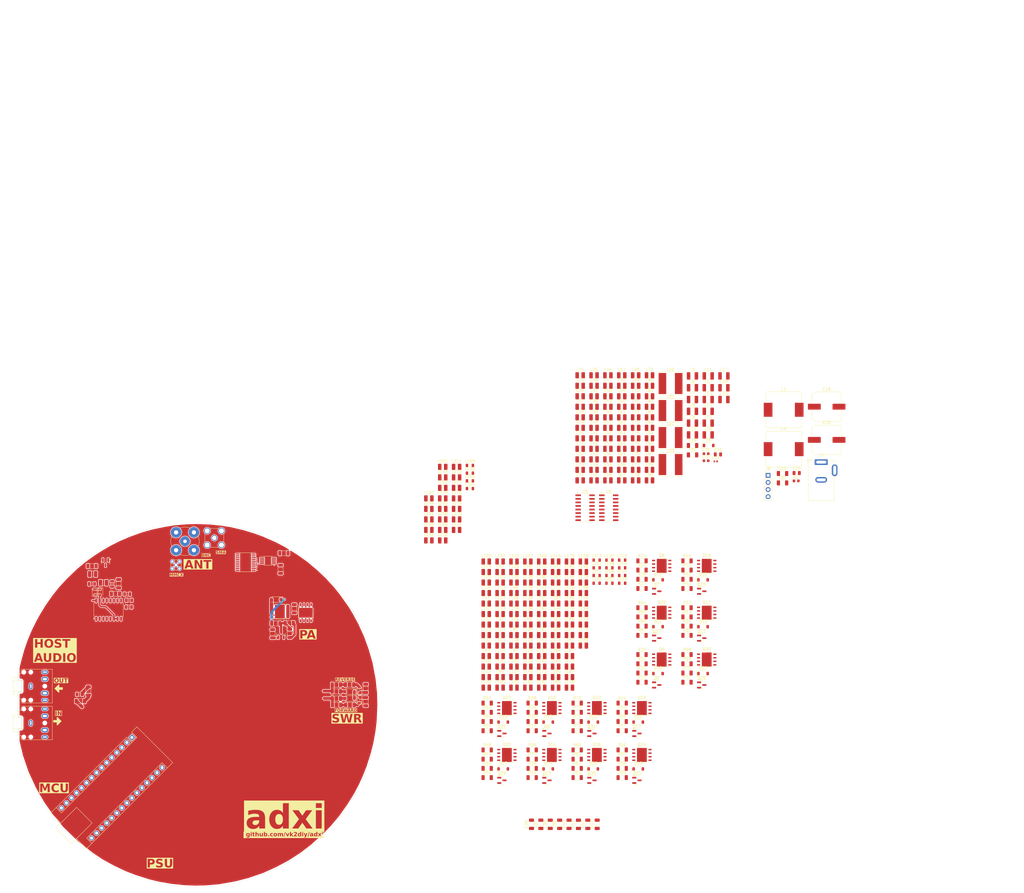
<source format=kicad_pcb>
(kicad_pcb (version 20240108) (generator "pcbnew") (generator_version "8.0")
  (layers (0 "F.Cu" signal) (1 "In1.Cu" signal) (2 "In2.Cu" signal) (31 "B.Cu" signal) (34 "B.Paste" user) (35 "F.Paste" user) (36 "B.SilkS" user "B.Silkscreen") (37 "F.SilkS" user "F.Silkscreen") (38 "B.Mask" user) (39 "F.Mask" user) (44 "Edge.Cuts" user))
  (net 0 "")
  (net 1 "12V")
  (net 4 "RECEIVE-ENABLE")
  (net 5 "GND")
  (net 6 "I2C-SDA-3.3V")
  (net 8 "I2C-SCL-3.3V")
  (net 10 "3.3V")
  (net 11 "5V")
  (net 17 "HOST-FSK-INPUT")
  (net 18 "Net-(C2-Pad2)")
  (net 19 "Net-(C5-Pad1)")
  (net 20 "Net-(Q1-G)")
  (net 21 "Net-(D3-A)")
  (net 22 "Net-(D7-A2)")
  (net 23 "SPI-MOSI")
  (net 24 "RECEIVED-AUDIO")
  (net 25 "SPI-SCK")
  (net 26 "SPI-SS-OUTPUTS")
  (net 27 "Net-(U2-AMFM_SW)")
  (net 28 "Net-(D8-A)")
  (net 29 "/PA Switched Resonator/PA-DRAIN")
  (net 30 "ANTENNA-A")
  (net 31 "RX-CLK")
  (net 32 "Net-(D1-A)")
  (net 33 "Net-(FB2-Pad1)")
  (net 34 "Net-(D2-A)")
  (net 35 "Net-(C1-Pad1)")
  (net 36 "Net-(D4-A)")
  (net 37 "Net-(C2-Pad1)")
  (net 38 "Net-(C3-Pad2)")
  (net 39 "REVERSE-POWER")
  (net 40 "FORWARD-POWER")
  (net 41 "Net-(D5-A)")
  (net 42 "Net-(D10-K)")
  (net 43 "PA-OUTPUT")
  (net 45 "Net-(FB1-Pad1)")
  (net 46 "Net-(Q1-D)")
  (net 47 "TX-CLK")
  (net 48 "Net-(U3-IN)")
  (net 51 "Net-(L10-Pad1)")
  (net 53 "Net-(L11-Pad1)")
  (net 56 "Net-(L12-Pad1)")
  (net 57 "ANTENNA")
  (net 58 "Net-(D1-K)")
  (net 59 "Net-(D3-K)")
  (net 60 "Net-(D5-K)")
  (net 61 "Net-(L11-Pad2)")
  (net 62 "Net-(Q7-D)")
  (net 63 "Net-(Q7-G)")
  (net 64 "Net-(Q2-GATE)")
  (net 65 "Net-(C6-Pad2)")
  (net 66 "Net-(L12-Pad2)")
  (net 67 "Net-(L13-Pad1)")
  (net 68 "Net-(L14-Pad1)")
  (net 69 "PA-POWER-PWM")
  (net 70 "Net-(L20-Pad2)")
  (net 71 "Net-(L21-Pad2)")
  (net 72 "Net-(L22-Pad2)")
  (net 73 "Net-(L24-Pad2)")
  (net 74 "Net-(L25-Pad2)")
  (net 75 "Net-(L26-Pad2)")
  (net 76 "Net-(L27-Pad2)")
  (net 77 "Net-(L29-Pad2)")
  (net 78 "Net-(L30-Pad2)")
  (net 79 "Net-(L31-Pad2)")
  (net 80 "Net-(L32-Pad2)")
  (net 81 "Net-(L34-Pad2)")
  (net 82 "Net-(L35-Pad2)")
  (net 83 "Net-(L36-Pad2)")
  (net 84 "Net-(L37-Pad2)")
  (net 85 "Net-(L39-Pad2)")
  (net 86 "Net-(L40-Pad2)")
  (net 87 "Net-(L41-Pad2)")
  (net 88 "Net-(L42-Pad2)")
  (net 89 "Net-(L43-Pad2)")
  (net 90 "Net-(L45-Pad2)")
  (net 91 "Net-(L47-Pad2)")
  (net 92 "Net-(D9-K)")
  (net 93 "Net-(D11-K)")
  (net 94 "Net-(D12-K)")
  (net 95 "Net-(D13-K)")
  (net 96 "Net-(D14-K)")
  (net 97 "Net-(D15-K)")
  (net 98 "Net-(D16-K)")
  (net 99 "Net-(D17-K)")
  (net 100 "Net-(D18-K)")
  (net 101 "Net-(Q3-D)")
  (net 102 "Net-(Q3-G)")
  (net 103 "Net-(Q5-G)")
  (net 104 "Net-(Q5-D)")
  (net 105 "Net-(Q9-D)")
  (net 106 "Net-(Q9-G)")
  (net 107 "Net-(Q11-D)")
  (net 108 "Net-(Q11-G)")
  (net 109 "Net-(Q13-G)")
  (net 110 "Net-(Q13-D)")
  (net 111 "Net-(Q15-D)")
  (net 112 "Net-(Q15-G)")
  (net 113 "Net-(Q17-G)")
  (net 114 "Net-(Q17-D)")
  (net 115 "Net-(Q19-D)")
  (net 116 "Net-(Q19-G)")
  (net 117 "Net-(Q21-D)")
  (net 118 "Net-(Q21-G)")
  (net 119 "Net-(Q23-D)")
  (net 120 "Net-(Q23-G)")
  (net 121 "Net-(L49-Pad2)")
  (net 122 "Net-(L51-Pad2)")
  (net 123 "Net-(L53-Pad2)")
  (net 124 "Net-(L58-Pad2)")
  (net 125 "Net-(L59-Pad2)")
  (net 126 "Net-(D19-K)")
  (net 127 "Net-(L60-Pad2)")
  (net 128 "Net-(Q25-D)")
  (net 129 "Net-(Q25-G)")
  (net 130 "PA-DRIVE-PWM")
  (net 131 "24V")
  (net 132 "/PA Switched Resonator/L-10UH-A")
  (net 133 "Net-(D20-K)")
  (net 134 "Net-(D21-K)")
  (net 135 "Net-(L10-Pad2)")
  (net 136 "/PA Switched Resonator/L-50UH-A")
  (net 137 "Net-(D22-K)")
  (net 138 "/PA Switched Resonator/L-100UH-A")
  (net 139 "Net-(L13-Pad2)")
  (net 140 "Net-(D23-K)")
  (net 141 "Net-(L61-Pad2)")
  (net 142 "Net-(L62-Pad2)")
  (net 143 "Net-(L63-Pad2)")
  (net 144 "10UH-ENABLE-WHEN-LOW")
  (net 145 "Net-(L65-Pad2)")
  (net 146 "Net-(L44-Pad2)")
  (net 147 "Net-(L46-Pad2)")
  (net 148 "Net-(L48-Pad2)")
  (net 149 "Net-(L50-Pad2)")
  (net 150 "Net-(L52-Pad2)")
  (net 151 "Net-(L54-Pad2)")
  (net 152 "Net-(L55-Pad2)")
  (net 153 "Net-(L66-Pad2)")
  (net 154 "Net-(L57-Pad2)")
  (net 155 "50UH-ENABLE-WHEN-LOW")
  (net 156 "Net-(L67-Pad2)")
  (net 157 "/PA Switched Resonator/PA-RESONATOR-C-6.8PF/LOAD-ANODE")
  (net 158 "/PA Switched Resonator/PA-RESONATOR-C-12PF/LOAD-ANODE")
  (net 159 "Net-(L68-Pad2)")
  (net 160 "Net-(L70-Pad2)")
  (net 161 "/PA Switched Resonator/PA-RESONATOR-C-15PF/LOAD-ANODE")
  (net 162 "/PA Switched Resonator/PA-RESONATOR-C-20PF/LOAD-ANODE")
  (net 163 "Net-(L71-Pad2)")
  (net 164 "Net-(L72-Pad2)")
  (net 165 "/PA Switched Resonator/PA-RESONATOR-C-5.6NF/LOAD-ANODE")
  (net 166 "Net-(L73-Pad2)")
  (net 167 "/PA Switched Resonator/PA-RESONATOR-C-68NF/LOAD-ANODE")
  (net 168 "Net-(L75-Pad2)")
  (net 169 "/PA Switched Resonator/PA-RESONATOR-C-82PF/LOAD-ANODE")
  (net 170 "/PA Switched Resonator/PA-RESONATOR-C-150PF/LOAD-ANODE")
  (net 171 "Net-(L76-Pad2)")
  (net 172 "Net-(L77-Pad2)")
  (net 173 "Net-(L78-Pad2)")
  (net 174 "Net-(L80-Pad2)")
  (net 175 "Net-(L28-Pad2)")
  (net 176 "Net-(L33-Pad2)")
  (net 177 "Net-(L38-Pad2)")
  (net 178 "/PA Switched Resonator/L-50UH-B")
  (net 179 "Net-(L64-Pad2)")
  (net 180 "Net-(L69-Pad2)")
  (net 181 "Net-(L74-Pad2)")
  (net 182 "Net-(L79-Pad2)")
  (net 183 "Net-(L84-Pad2)")
  (net 184 "Net-(L81-Pad2)")
  (net 185 "Net-(L82-Pad2)")
  (net 186 "Net-(L100-Pad2)")
  (net 187 "Net-(L104-Pad2)")
  (net 188 "Net-(L109-Pad2)")
  (net 189 "Net-(L83-Pad2)")
  (net 190 "Net-(L85-Pad2)")
  (net 191 "/PA Switched Resonator/L-10UH-B")
  (net 192 "Net-(L86-Pad2)")
  (net 193 "/PA Switched Resonator/L-100UH-B")
  (net 194 "100UH-ENABLE-WHEN-LOW")
  (net 195 "Net-(Q27-D)")
  (net 196 "Net-(Q27-G)")
  (net 197 "6.8PF-ENABLE-WHEN-LOW")
  (net 198 "Net-(Q29-G)")
  (net 199 "Net-(Q29-D)")
  (net 200 "12PF-ENABLE-WHEN-LOW")
  (net 201 "Net-(Q31-D)")
  (net 202 "Net-(Q31-G)")
  (net 203 "15PF-ENABLE-WHEN-LOW")
  (net 204 "Net-(L87-Pad2)")
  (net 205 "Net-(L88-Pad2)")
  (net 206 "Net-(L101-Pad2)")
  (net 207 "Net-(L102-Pad2)")
  (net 208 "Net-(L103-Pad2)")
  (net 209 "Net-(L105-Pad2)")
  (net 210 "20PF-ENABLE-WHEN-LOW")
  (net 211 "Net-(L106-Pad2)")
  (net 212 "Net-(L107-Pad2)")
  (net 213 "5.6NF-ENABLE-WHEN-LOW")
  (net 214 "68NF-ENABLE-WHEN-LOW")
  (net 215 "Net-(L108-Pad2)")
  (net 216 "Net-(L140-Pad2)")
  (net 217 "82PF-ENABLE-WHEN-LOW")
  (net 218 "Net-(L141-Pad2)")
  (net 219 "Net-(L142-Pad2)")
  (net 220 "150PF-ENABLE-WHEN-LOW")
  (net 221 "Net-(L143-Pad2)")
  (net 222 "Net-(L144-Pad2)")
  (net 223 "Net-(L145-Pad2)")
  (net 224 "Net-(L146-Pad2)")
  (net 225 "Net-(L147-Pad2)")
  (net 226 "Net-(L148-Pad2)")
  (net 227 "Net-(L190-Pad2)")
  (net 228 "Net-(L191-Pad2)")
  (net 229 "Net-(L192-Pad2)")
  (net 230 "Net-(L193-Pad2)")
  (net 231 "Net-(L194-Pad2)")
  (net 232 "Net-(L195-Pad2)")
  (net 233 "Net-(L196-Pad2)")
  (net 234 "Net-(L197-Pad2)")
  (net 235 "Net-(L208-Pad2)")
  (net 236 "Net-(L209-Pad2)")
  (net 237 "Net-(L210-Pad2)")
  (net 238 "Net-(L211-Pad2)")
  (net 239 "ANTENNA-B")
  (net 240 "Net-(U2-OSC_AM)")
  (net 249 "Net-(U4-1Y0)")
  (net 250 "Net-(U5-QH')")
  (net 252 "/Digital output expansion/O-12")
  (net 253 "/Digital output expansion/O-14")
  (net 254 "/Digital output expansion/O-15")
  (net 255 "/Digital output expansion/O-13")
  (net 256 "/Digital output expansion/O-16")
  (footprint "Capacitor_SMD:C_1206_3216Metric" (layer "F.Cu") (at 202.62 157.305 90)
    (property "Reference" "C36")
    (property "Value" "6.8pF")
  )
  (footprint "Inductor_SMD:L_1210_3225Metric" (layer "F.Cu") (at 265.69 -2.7)
    (property "Reference" "L11")
    (property "Value" "18nH")
  )
  (footprint "Inductor_SMD:L_1008_2520Metric" (layer "F.Cu") (at 196.3825 78.525)
    (property "Reference" "L106")
    (property "Value" "100nH")
  )
  (footprint "Diode_SMD:D_SOD-123" (layer "F.Cu") (at 208.5975 137.545)
    (property "Reference" "D14")
    (property "Value" "BZT52C12")
  )
  (footprint "Inductor_SMD:L_1008_2520Metric" (layer "F.Cu") (at 206.2825 89.775)
    (property "Reference" "L181")
    (property "Value" "100nH")
  )
  (footprint "Resistor_SMD:R_1206_3216Metric" (layer "F.Cu") (at 242.0625 73.165)
    (property "Reference" "R27")
    (property "Value" "1K 0.25W")
  )
  (footprint "Inductor_SMD:L_0805_2012Metric" (layer "F.Cu") (at 180.655 29.25)
    (property "Reference" "L195")
    (property "Value" "100uH")
  )
  (footprint "Diode_SMD:D_SOD-123" (layer "F.Cu") (at 263.8475 70.075)
    (property "Reference" "D15")
    (property "Value" "BZT52C12")
  )
  (footprint "kicad-parts:HY1904C2" (layer "F.Cu") (at 242.0225 115.825)
    (property "Reference" "Q18")
    (property "Value" "HY1904C2")
  )
  (footprint "Inductor_SMD:L_1008_2520Metric" (layer "F.Cu") (at 211.2325 78.525)
    (property "Reference" "L183")
    (property "Value" "100nH")
  )
  (footprint "Inductor_SMD:L_1008_2520Metric" (layer "F.Cu") (at 224.95 23.32)
    (property "Reference" "L42")
    (property "Value" "470nH")
  )
  (footprint "Inductor_SMD:L_1008_2520Metric" (layer "F.Cu") (at 186.4825 67.275)
    (property "Reference" "L110")
    (property "Value" "100nH")
  )
  (footprint "Inductor_SMD:L_1008_2520Metric" (layer "F.Cu") (at 221.1325 89.775)
    (property "Reference" "L179")
    (property "Value" "100nH")
  )
  (footprint "kicad-parts:HY1904C2" (layer "F.Cu") (at 122.0822 81.802 -90)
    (property "Reference" "Q2" (hide yes))
    (property "Value" "HY1904C2" (hide yes))
  )
  (footprint "Inductor_SMD:L_1008_2520Metric" (layer "F.Cu") (at 244.75 23.32)
    (property "Reference" "L86")
    (property "Value" "470nH")
  )
  (footprint "Resistor_SMD:R_1206_3216Metric" (layer "F.Cu") (at 258.1225 96.735)
    (property "Reference" "R68")
    (property "Value" "1K 0.25W")
  )
  (footprint "Resistor_SMD:R_1206_3216Metric" (layer "F.Cu") (at 186.8125 130.765)
    (property "Reference" "R48")
    (property "Value" "1K 0.25W")
  )
  (footprint "Inductor_SMD:L_0805_2012Metric" (layer "F.Cu") (at 234.9825 71.275)
    (property "Reference" "L225")
    (property "Value" "100uH")
  )
  (footprint "Resistor_SMD:R_1206_3216Metric" (layer "F.Cu") (at 143.4625 113.5325 -90)
    (property "Reference" "R1" (hide yes))
    (property "Value" "10K" (hide yes))
  )
  (footprint "Inductor_SMD:L_1008_2520Metric" (layer "F.Cu") (at 211.2325 104.775)
    (property "Reference" "L155")
    (property "Value" "100nH")
  )
  (footprint "Inductor_SMD:L_1008_2520Metric" (layer "F.Cu") (at 220 -2.93)
    (property "Reference" "L24")
    (property "Value" "470nH")
  )
  (footprint "Inductor_SMD:L_1008_2520Metric" (layer "F.Cu") (at 196.3825 86.025)
    (property "Reference" "L126")
    (property "Value" "100nH")
  )
  (footprint "Package_TO_SOT_SMD:SOT-23" (layer "F.Cu") (at 247.3125 107.59)
    (property "Reference" "Q5")
    (property "Value" "2N7002")
  )
  (footprint "Inductor_SMD:L_1210_3225Metric" (layer "F.Cu") (at 260.08 18.35)
    (property "Reference" "L10")
    (property "Value" "18nH")
  )
  (footprint "Inductor_SMD:L_1008_2520Metric" (layer "F.Cu") (at 170.955 29.75)
    (property "Reference" "L201")
    (property "Value" "10uH")
  )
  (footprint "Resistor_SMD:R_1206_3216Metric" (layer "F.Cu") (at 258.1225 100.025)
    (property "Reference" "R69")
    (property "Value" "6.8K 0.25W")
  )
  (footprint "Inductor_SMD:L_1008_2520Metric" (layer "F.Cu") (at 201.3325 97.275)
    (property "Reference" "L129")
    (property "Value" "100nH")
  )
  (footprint "Package_TO_SOT_SMD:SOT-23" (layer "F.Cu") (at 247.3125 74.15)
    (property "Reference" "Q7")
    (property "Value" "2N7002")
  )
  (footprint "Connector_Audio:Jack_3.5mm_CUI_SJ1-3525N_Horizontal" (layer "F.Cu") (at 23.96 108.01 -90)
    (property "Reference" "J1" (hide yes))
    (property "Value" "FROM-PC-SPK" (hide yes))
    (fp_line (start -2.2 4.5) (end -6.5 4.5) (stroke (width 0.12)) (layer "Edge.Cuts"))
    (fp_line (start 2.2 4.5) (end 6.5 4.5) (stroke (width 0.12)) (layer "Edge.Cuts"))
    (fp_line (start -2.2 3.5) (end -2.2 4.5) (stroke (width 0.12)) (layer "Edge.Cuts"))
    (fp_line (start 2.2 3.5) (end 2.2 4.5) (stroke (width 0.12)) (layer "Edge.Cuts"))
    (fp_line (start 1.8 3.1) (end -1.8 3.1) (stroke (width 0.12)) (layer "Edge.Cuts"))
    (fp_arc (start -2.2 3.5) (mid -2.082842 3.217158) (end -1.8 3.1) (stroke (width 0.12)) (layer "Edge.Cuts"))
    (fp_arc (start 1.8 3.1) (mid 2.082843 3.217157) (end 2.2 3.5) (stroke (width 0.12)) (layer "Edge.Cuts"))
  )
  (footprint "Resistor_SMD:R_1206_3216Metric" (layer "F.Cu") (at 242.0625 106.605)
    (property "Reference" "R23")
    (property "Value" "1K 0.25W")
  )
  (footprint "Diode_SMD:D_SOD-323" (layer "F.Cu") (at 48.8394 74.4368 -90)
    (property "Reference" "D6" (hide yes))
    (property "Value" "1N4148WS" (hide yes))
  )
  (footprint "Resistor_SMD:R_1206_3216Metric" (layer "F.Cu") (at 218.9325 137.345)
    (property "Reference" "R62")
    (property "Value" "6.8K 0.25W")
  )
  (footprint "Package_TO_SOT_SMD:SOT-23" (layer "F.Cu") (at 208.1225 141.62)
    (property "Reference" "Q13")
    (property "Value" "2N7002")
  )
  (footprint "Diode_SMD:D_SOD-123" (layer "F.Cu") (at 192.5375 137.545)
    (property "Reference" "D17")
    (property "Value" "BZT52C12")
  )
  (footprint "Inductor_SMD:L_0805_2012Metric" (layer "F.Cu") (at 180.655 37.5)
    (property "Reference" "L204")
    (property "Value" "100uH")
  )
  (footprint "Inductor_SMD:L_1210_3225Metric" (layer "F.Cu") (at 265.69 9.93)
    (property "Reference" "L14")
    (property "Value" "18nH")
  )
  (footprint "Inductor_SMD:L_1008_2520Metric" (layer "F.Cu") (at 201.3325 74.775)
    (property "Reference" "L118")
    (property "Value" "100nH")
  )
  (footprint "Diode_SMD:D_0603_1608Metric" (layer "F.Cu") (at 297.08 34.76)
    (property "Reference" "D7")
    (property "Value" "24V 1ns")
  )
  (footprint "Resistor_SMD:R_1206_3216Metric" (layer "F.Cu") (at 258.1225 103.315)
    (property "Reference" "R70")
    (property "Value" "6.8K 0.25W")
  )
  (footprint "Capacitor_SMD:C_1206_3216Metric" (layer "F.Cu") (at 55.2794 71.4318 -90)
    (property "Reference" "C22" (hide yes))
    (property "Value" "10uF" (hide yes))
  )
  (footprint "Inductor_SMD:L_1008_2520Metric" (layer "F.Cu") (at 201.3325 104.775)
    (property "Reference" "L140")
    (property "Value" "100nH")
  )
  (footprint "Inductor_SMD:L_1008_2520Metric" (layer "F.Cu") (at 239.8 0.82)
    (property "Reference" "L69")
    (property "Value" "470nH")
  )
  (footprint "Inductor_SMD:L_1008_2520Metric" (layer "F.Cu") (at 229.9 30.82)
    (property "Reference" "L55")
    (property "Value" "470nH")
  )
  (footprint "Resistor_SMD:R_1206_3216Metric" (layer "F.Cu") (at 258.1225 69.875)
    (property "Reference" "R42")
    (property "Value" "6.8K 0.25W")
  )
  (footprint "Capacitor_SMD:C_0805_2012Metric" (layer "F.Cu") (at 59.0194 77.3468 180)
    (property "Reference" "C21" (hide yes))
    (property "Value" "100nF" (hide yes))
  )
  (footprint "Package_TO_SOT_SMD:SOT-23" (layer "F.Cu") (at 50.6278 63.9177 -90)
    (property "Reference" "Q1" (hide yes))
    (property "Value" "MMBF170" (hide yes))
  )
  (footprint "Inductor_SMD:L_1008_2520Metric" (layer "F.Cu") (at 201.3325 101.025)
    (property "Reference" "L139")
    (property "Value" "100nH")
  )
  (footprint "Inductor_SMD:L_1210_3225Metric" (layer "F.Cu") (at 271.3 5.72)
    (property "Reference" "L19")
    (property "Value" "18nH")
  )
  (footprint "Inductor_SMD:L_1008_2520Metric" (layer "F.Cu") (at 46.0476 68.0048 180)
    (property "Reference" "L1" (hide yes))
    (property "Value" "2.2uH" (hide yes))
  )
  (footprint "Capacitor_SMD:C_1206_3216Metric" (layer "F.Cu") (at 212.67 157.305 90)
    (property "Reference" "C39")
    (property "Value" "20pF")
  )
  (footprint "Resistor_SMD:R_1206_3216Metric" (layer "F.Cu") (at 186.8125 140.635)
    (property "Reference" "R51")
    (property "Value" "1K 0.25W")
  )
  (footprint "Inductor_SMD:L_1008_2520Metric" (layer "F.Cu") (at 186.4825 78.525)
    (property "Reference" "L91")
    (property "Value" "100nH")
  )
  (footprint "Resistor_SMD:R_1206_3216Metric" (layer "F.Cu") (at 258.1225 89.885)
    (property "Reference" "R35")
    (property "Value" "1K 0.25W")
  )
  (footprint "Inductor_SMD:L_1008_2520Metric" (layer "F.Cu") (at 234.85 34.57)
    (property "Reference" "L67")
    (property "Value" "470nH")
  )
  (footprint "Diode_SMD:D_SOD-123" (layer "F.Cu") (at 263.8475 86.795)
    (property "Reference" "D13")
    (property "Value" "BZT52C12")
  )
  (footprint "Resistor_SMD:R_1206_3216Metric" (layer "F.Cu") (at 218.9325 140.635)
    (property "Reference" "R63")
    (property "Value" "1K 0.25W")
  )
  (footprint "Diode_SMD:D_SOD-123" (layer "F.Cu") (at 247.7875 86.795)
    (property "Reference" "D21")
    (property "Value" "BZT52C12")
  )
  (footprint "Resistor_SMD:R_1206_3216Metric" (layer "F.Cu") (at 234.9925 123.915)
    (property "Reference" "R47")
    (property "Value" "1K 0.25W")
  )
  (footprint "Inductor_SMD:L_1008_2520Metric" (layer "F.Cu") (at 211.2325 89.775)
    (property "Reference" "L164")
    (property "Value" "100nH")
  )
  (footprint "Resistor_SMD:R_1206_3216Metric" (layer "F.Cu") (at 133.005 112.39)
    (property "Reference" "R3" (hide yes))
    (property "Value" "1K" (hide yes))
  )
  (footprint "Resistor_SMD:R_1206_3216Metric" (layer "F.Cu") (at 218.9325 120.625)
    (property "Reference" "R74")
    (property "Value" "6.8K 0.25W")
  )
  (footprint "Inductor_SMD:L_1008_2520Metric" (layer "F.Cu") (at 244.75 34.57)
    (property "Reference" "L89")
    (property "Value" "470nH")
  )
  (footprint "Resistor_SMD:R_1206_3216Metric" (layer "F.Cu") (at 111.3675 85.645)
    (property "Reference" "R19" (hide yes))
    (property "Value" "1K 0.25W" (hide yes))
  )
  (footprint "Inductor_SMD:L_1008_2520Metric" (layer "F.Cu") (at 220 34.57)
    (property "Reference" "L34")
    (property "Value" "470nH")
  )
  (footprint "Package_TO_SOT_SMD:SOT-23" (layer "F.Cu") (at 192.0625 124.9)
    (property "Reference" "Q21")
    (property "Value" "2N7002")
  )
  (footprint "Inductor_SMD:L_1008_2520Metric" (layer "F.Cu") (at 206.2825 82.275)
    (property "Reference" "L161")
    (property "Value" "100nH")
  )
  (footprint "Diode_SMD:D_SOD-123" (layer "F.Cu") (at 137.8 112.38 180)
    (property "Reference" "D2" (hide yes))
    (property "Value" "BZT52C5V6" (hide yes))
  )
  (footprint "Inductor_SMD:L_1008_2520Metric" (layer "F.Cu") (at 186.4825 86.025)
    (property "Reference" "L111")
    (property "Value" "100nH")
  )
  (footprint "Inductor_SMD:L_1008_2520Metric" (layer "F.Cu") (at 191.4325 74.775)
    (property "Reference" "L113")
    (property "Value" "100nH")
  )
  (footprint "Inductor_SMD:L_1008_2520Metric" (layer "F.Cu") (at 229.9 12.07)
    (property "Reference" "L50")
    (property "Value" "470nH")
  )
  (footprint "Inductor_SMD:L_1008_2520Metric" (layer "F.Cu") (at 216.1825 78.525)
    (property "Reference" "L166")
    (property "Value" "100nH")
  )
  (footprint "Capacitor_SMD:C_1206_3216Metric" (layer "F.Cu") (at 222.72 157.305 90)
    (property "Reference" "C42")
    (property "Value" "82pF")
  )
  (footprint "Inductor_SMD:L_1008_2520Metric" (layer "F.Cu") (at 175.905 41)
    (property "Reference" "L218")
    (property "Value" "10uH")
  )
  (footprint "Resistor_SMD:R_1206_3216Metric" (layer "F.Cu") (at 242.0625 66.585)
    (property "Reference" "R25")
    (property "Value" "6.8K 0.25W")
  )
  (footprint "Diode_SMD:D_SOD-123" (layer "F.Cu") (at 137.7825 109.95 180)
    (property "Reference" "D4" (hide yes))
    (property "Value" "BZT52C5V6" (hide yes))
  )
  (footprint "Inductor_SMD:L_1008_2520Metric" (layer "F.Cu") (at 191.4325 89.775)
    (property "Reference" "L104")
    (property "Value" "100nH")
  )
  (footprint "Inductor_SMD:L_1008_2520Metric" (layer "F.Cu") (at 224.95 4.57)
    (property "Reference" "L37")
    (property "Value" "470nH")
  )
  (footprint "Inductor_SMD:L_TaiTech_TMPC1265_13.5x12.5mm" (layer "F.Cu") (at 292.61 9.38)
    (property "Reference" "L3")
    (property "Value" "100uH")
  )
  (footprint "Inductor_SMD:L_1008_2520Metric" (layer "F.Cu") (at 186.4825 101.025)
    (property "Reference" "L102")
    (property "Value" "100nH")
  )
  (footprint "Inductor_SMD:L_1008_2520Metric" (layer "F.Cu") (at 206.2825 97.275)
    (property "Reference" "L152")
    (property "Value" "100nH")
  )
  (footprint "Inductor_SMD:L_1008_2520Metric" (layer "F.Cu") (at 221.1325 71.025)
    (property "Reference" "L178")
    (property "Value" "100nH")
  )
  (footprint "Package_SO:SOIC-16_3.9x9.9mm_P1.27mm" (layer "F.Cu") (at 230.2 44.34)
    (property "Reference" "U6")
    (property "Value" "74HC595")
  )
  (footprint "kicad-parts:HY1904C2" (layer "F.Cu") (at 225.9625 115.825)
    (property "Reference" "Q32")
    (property "Value" "HY1904C2")
  )
  (footprint "Inductor_SMD:L_1008_2520Metric" (layer "F.Cu") (at 191.4325 82.275)
    (property "Reference" "L133")
    (property "Value" "100nH")
  )
  (footprint "Inductor_SMD:L_1008_2520Metric" (layer "F.Cu") (at 191.4325 108.525)
    (property "Reference" "L105")
    (property "Value" "100nH")
  )
  (footprint "Inductor_SMD:L_Cenker_CKCS8040" (layer "F.Cu") (at 252.25 28.935)
    (property "Reference" "L23")
    (property "Value" "100uH")
  )
  (footprint "Diode_SMD:D_SOD-123" (layer "F.Cu") (at 111.49 77.08 180)
    (property "Reference" "D9" (hide yes))
    (property "Value" "BZT52C12" (hide yes))
  )
  (footprint "Inductor_SMD:L_1008_2520Metric" (layer "F.Cu") (at 175.905 48.5)
    (property "Reference" "L220")
    (property "Value" "10uH")
  )
  (footprint "Inductor_SMD:L_1210_3225Metric" (layer "F.Cu") (at 260.08 -2.7)
    (property "Reference" "L5")
    (property "Value" "33nH")
  )
  (footprint "Inductor_SMD:L_1008_2520Metric" (layer "F.Cu") (at 206.2825 67.275)
    (property "Reference" "L170")
    (property "Value" "100nH")
  )
  (footprint "Resistor_SMD:R_1206_3216Metric" (layer "F.Cu") (at 242.0625 103.315)
    (property "Reference" "R22")
    (property "Value" "6.8K 0.25W")
  )
  (footprint "Capacitor_SMD:C_0805_2012Metric" (layer "F.Cu") (at 45.7594 71.5268 180)
    (property "Reference" "C16" (hide yes))
    (property "Value" "100nF" (hide yes))
  )
  (footprint "Inductor_SMD:L_1008_2520Metric" (layer "F.Cu") (at 216.1825 93.525)
    (property "Reference" "L157")
    (property "Value" "100nH")
  )
  (footprint "Package_TO_SOT_SMD:SOT-23" (layer "F.Cu") (at 240.2425 141.62)
    (property "Reference" "Q23")
    (property "Value" "2N7002")
  )
  (footprint "Connector_Coaxial:SMA_Amphenol_901-144_Vertical" (layer "F.Cu") (at 89.45 55.11)
    (property "Reference" "J6" (hide yes))
    (property "Value" "SMA" (hide yes))
  )
  (footprint "Inductor_SMD:L_1008_2520Metric" (layer "F.Cu") (at 206.2825 78.525)
    (property "Reference" "L151")
    (property "Value" "100nH")
  )
  (footprint "Package_SO:MSOP-10_3x3mm_P0.5mm" (layer "F.Cu") (at 108.5925 63.275 180)
    (property "Reference" "U1" (hide yes))
    (property "Value" "Si5351A-B-GT" (hide yes))
  )
  (footprint "Resistor_SMD:R_1206_3216Metric" (layer "F.Cu") (at 242.0625 96.735)
    (property "Reference" "R20")
    (property "Value" "1K 0.25W")
  )
  (footprint "Inductor_SMD:L_1008_2520Metric" (layer "F.Cu") (at 186.4825 89.775)
    (property "Reference" "L121")
    (property "Value" "100nH")
  )
  (footprint "Inductor_SMD:L_1008_2520Metric" (layer "F.Cu") (at 201.3325 108.525)
    (property "Reference" "L150")
    (property "Value" "100nH")
  )
  (footprint "Inductor_SMD:L_0805_2012Metric" (layer "F.Cu") (at 230.4325 71.275)
    (property "Reference" "L207")
    (property "Value" "100uH")
  )
  (footprint "Resistor_SMD:R_1206_3216Metric" (layer "F.Cu") (at 258.1225 106.605)
    (property "Reference" "R71")
    (property "Value" "1K 0.25W")
  )
  (footprint "Diode_SMD:D_SOD-123" (layer "F.Cu") (at 247.7875 70.075)
    (property "Reference" "D11")
    (property "Value" "BZT52C12")
  )
  (footprint "kicad-parts:HY1904C2" (layer "F.Cu") (at 209.9025 132.545)
    (property "Reference" "Q14")
    (property "Value" "HY1904C2")
  )
  (footprint "Inductor_SMD:L_1008_2520Metric" (layer "F.Cu") (at 191.4325 71.025)
    (property "Reference" "L103")
    (property "Value" "100nH")
  )
  (footprint "Resistor_SMD:R_1206_3216Metric" (layer "F.Cu") (at 132.99 109.9)
    (property "Reference" "R11" (hide yes))
    (property "Value" "1K" (hide yes))
  )
  (footprint "Inductor_SMD:L_1210_3225Metric" (layer "F.Cu") (at 265.69 1.51)
    (property "Reference" "L12")
    (property "Value" "18nH")
  )
  (footprint "Inductor_SMD:L_1008_2520Metric" (layer "F.Cu") (at 216.1825 89.775)
    (property "Reference" "L147")
    (property "Value" "100nH")
  )
  (footprint "Inductor_SMD:L_0805_2012Metric" (layer "F.Cu") (at 230.4325 68.525)
    (property "Reference" "L206")
    (property "Value" "100uH")
  )
  (footprint "Inductor_SMD:L_1008_2520Metric" (layer "F.Cu") (at 221.1325 93.525)
    (property "Reference" "L189")
    (property "Value" "100nH")
  )
  (footprint "Inductor_SMD:L_1008_2520Metric" (layer "F.Cu") (at 221.1325 63.525)
    (property "Reference" "L158")
    (property "Value" "100nH")
  )
  (footprint "Inductor_SMD:L_1008_2520Metric" (layer "F.Cu") (at 175.905 52.25)
    (property "Reference" "L221")
    (property "Value" "10uH")
  )
  (footprint "Inductor_SMD:L_1008_2520Metric" (layer "F.Cu") (at 175.905 33.5)
    (property "Reference" "L212")
    (property "Value" "10uH")
  )
  (footprint "Inductor_SMD:L_1008_2520Metric" (layer "F.Cu") (at 206.2825 74.775)
    (property "Reference" "L141")
    (property "Value" "100nH")
  )
  (footprint "Inductor_SMD:L_1008_2520Metric" (layer "F.Cu") (at 216.1825 97.275)
    (property "Reference" "L167")
    (property "Value" "100nH")
  )
  (footprint "Inductor_SMD:L_1008_2520Metric" (layer "F.Cu") (at 244.75 8.32)
    (property "Reference" "L82")
    (property "Value" "470nH")
  )
  (footprint "Inductor_SMD:L_0805_2012Metric" (layer "F.Cu") (at 234.9825 65.775)
    (property "Reference" "L216")
    (property "Value" "100uH")
  )
  (footprint "Resistor_SMD:R_1206_3216Metric" (layer "F.Cu") (at 218.9325 123.915)
    (property "Reference" "R75")
    (property "Value" "1K 0.25W")
  )
  (footprint "Inductor_SMD:L_1008_2520Metric" (layer "F.Cu") (at 196.3825 82.275)
    (property "Reference" "L116")
    (property "Value" "100nH")
  )
  (footprint "Package_TO_SOT_SMD:SOT-23" (layer "F.Cu") (at 113.285 89.645 90)
    (property "Reference" "Q3" (hide yes))
    (property "Value" "2N7002" (hide yes))
  )
  (footprint "Inductor_SMD:L_1008_2520Metric" (layer "F.Cu") (at 211.2325 97.275)
    (property "Reference" "L184")
    (property "Value" "100nH")
  )
  (footprint "Inductor_SMD:L_1008_2520Metric" (layer "F.Cu") (at 216.1825 82.275)
    (property "Reference" "L176")
    (property "Value" "100nH")
  )
  (footprint "Inductor_SMD:L_1008_2520Metric" (layer "F.Cu") (at 224.95 8.32)
    (property "Reference" "L38")
    (property "Value" "470nH")
  )
  (footprint "Inductor_SMD:L_1008_2520Metric" (layer "F.Cu") (at 239.8 -2.93)
    (property "Reference" "L68")
    (property "Value" "470nH")
  )
  (footprint "Resistor_SMD:R_1206_3216Metric" (layer "F.Cu") (at 234.9925 117.335)
    (property "Reference" "R45")
    (property "Value" "6.8K 0.25W")
  )
  (footprint "Connector_PinHeader_2.54mm:PinHeader_1x04_P2.54mm_Vertical" (layer "F.Cu") (at 287.06 32.78)
    (property "Reference" "J8")
    (property "Value" "LCD-2004")
  )
  (footprint "Inductor_SMD:L_1008_2520Metric" (layer "F.Cu") (at 186.4825 104.775)
    (property "Reference" "L112")
    (property "Value" "100nH")
  )
  (footprint "Capacitor_SMD:C_1206_3216Metric" (layer "F.Cu") (at 292.21 35.48)
    (property "Reference" "FB1")
    (property "Value" "100mΩ/3A")
  )
  (footprint "Inductor_SMD:L_1008_2520Metric" (layer "F.Cu") (at 211.2325 63.525)
    (property "Reference" "L143")
    (property "Value" "100nH")
  )
  (footprint "Diode_SMD:D_SOD-323" (layer "F.Cu") (at 141.2625 109.46 90)
    (property "Reference" "D3" (hide yes))
    (property "Value" "1N4148WS" (hide yes))
  )
  (footprint "Inductor_SMD:L_1008_2520Metric" (layer "F.Cu") (at 234.85 23.32)
    (property "Reference" "L64")
    (property "Value" "470nH")
  )
  (footprint "kicad-parts:HY1904C2" (layer "F.Cu") (at 249.0925 65.075)
    (property "Reference" "Q8")
    (property "Value" "HY1904C2")
  )
  (footprint "Inductor_SMD:L_0805_2012Metric" (layer "F.Cu") (at 225.8825 71.275)
    (property "Reference" "L223")
    (property "Value" "100uH")
  )
  (footprint "Inductor_SMD:L_1008_2520Metric" (layer "F.Cu") (at 221.1325 78.525)
    (property "Reference" "L149")
    (property "Value" "100nH")
  )
  (footprint "Capacitor_SMD:C_1206_3216Metric" (layer "F.Cu") (at 137.705 107.47)
    (property "Reference" "C5" (hide yes))
    (property "Value" "10uF" (hide yes))
  )
  (footprint "Inductor_SMD:L_1008_2520Metric" (layer "F.Cu") (at 166.005 41)
    (property "Reference" "L190")
    (property "Value" "10uH")
  )
  (footprint "Package_TO_SOT_SMD:SOT-23" (layer "F.Cu") (at 263.3725 90.87)
    (property "Reference" "Q11")
    (property "Value" "2N7002")
  )
  (footprint "Inductor_SMD:L_1008_2520Metric" (layer "F.Cu") (at 234.85 12.07)
    (property "Reference" "L61")
    (property "Value" "470nH")
  )
  (footprint "Inductor_SMD:L_Cenker_CKCS8040" (layer "F.Cu") (at 252.25 19.295)
    (property "Reference" "L22")
    (property "Value" "100uH")
  )
  (footprint "Diode_SMD:D_SOD-123" (layer "F.Cu") (at 192.5375 120.825)
    (property "Reference" "D18")
    (property "Value" "BZT52C12")
  )
  (footprint "Resistor_SMD:R_1206_3216Metric" (layer "F.Cu") (at 202.8725 123.915)
    (property "Reference" "R31")
    (property "Value" "1K 0.25W")
  )
  (footprint "Inductor_SMD:L_0805_2012Metric" (layer "F.Cu") (at 180.655 34.75)
    (property "Reference" "L205")
    (property "Value" "100uH")
  )
  (footprint "Capacitor_SMD:C_Elec_10x10.2" (layer "F.Cu") (at 307.96 20.13)
    (property "Reference" "C20")
    (property "Value" "470uF")
  )
  (footprint "Inductor_SMD:L_1008_2520Metric" (layer "F.Cu") (at 224.95 0.82)
    (property "Reference" "L36")
    (property "Value" "470nH")
  )
  (footprint "kicad-parts:HY1904C2" (layer "F.Cu") (at 249.0925 98.515)
    (property "Reference" "Q6")
    (property "Value" "HY1904C2")
  )
  (footprint "Capacitor_SMD:C_0805_2012Metric" (layer "F.Cu") (at 58.9594 79.7752 180)
    (property "Reference" "C3" (hide yes))
    (property "Value" "100nF" (hide yes))
  )
  (footprint "Inductor_SMD:L_1008_2520Metric" (layer "F.Cu") (at 186.4825 82.275)
    (property "Reference" "L101")
    (property "Value" "100nH")
  )
  (footprint "Inductor_SMD:L_1008_2520Metric" (layer "F.Cu") (at 244.75 27.07)
    (property "Reference" "L87")
    (property "Value" "470nH")
  )
  (footprint "Inductor_SMD:L_1008_2520Metric" (layer "F.Cu") (at 206.2825 93.525)
    (property "Reference" "L142")
    (property "Value" "100nH")
  )
  (footprint "Inductor_SMD:L_1008_2520Metric" (layer "F.Cu") (at 224.95 30.82)
    (property "Reference" "L44")
    (property "Value" "470nH")
  )
  (footprint "Inductor_SMD:L_Cenker_CKCS8040" (layer "F.Cu") (at 252.25 9.655)
    (property "Reference" "L21")
    (property "Value" "100uH")
  )
  (footprint "Inductor_SMD:L_1008_2520Metric" (layer "F.Cu") (at 175.905 37.25)
    (property "Reference" "L217")
    (property "Value" "10uH")
  )
  (footprint "Inductor_SMD:L_1008_2520Metric" (layer "F.Cu") (at 196.3825 74.775)
    (property "Reference" "L96")
    (property "Value" "100nH")
  )
  (footprint "Inductor_SMD:L_1210_3225Metric" (layer "F.Cu") (at 260.08 5.72)
    (property "Reference" "L7")
    (property "Value" "33nH")
  )
  (footprint "Inductor_SMD:L_1008_2520Metric" (layer "F.Cu") (at 186.4825 97.275)
    (property "Reference" "L92")
    (property "Value" "100nH")
  )
  (footprint "Inductor_SMD:L_1008_2520Metric" (layer "F.Cu") (at 201.3325 67.275)
    (property "Reference" "L98")
    (property "Value" "100nH")
  )
  (footprint "Inductor_SMD:L_1008_2520Metric" (layer "F.Cu") (at 175.905 29.75)
    (property "Reference" "L211")
    (property "Value" "10uH")
  )
  (footprint "Inductor_SMD:L_TaiTech_TMPC1265_13.5x12.5mm" (layer "F.Cu") (at 292.61 23.43)
    (property "Reference" "L4")
    (property "Value" "100uH")
  )
  (footprint "Inductor_SMD:L_1008_2520Metric" (layer "F.Cu") (at 234.85 4.57)
    (property "Reference" "L59")
    (property "Value" "470nH")
  )
  (footprint "Resistor_SMD:R_1206_3216Metric" (layer "F.Cu") (at 258.1225 86.595)
    (property "Reference" "R34")
    (property "Value" "6.8K 0.25W")
  )
  (footprint "Package_SO:SOIC-16_3.9x9.9mm_P1.27mm" (layer "F.Cu") (at 221.75 44.34)
    (property "Reference" "U5")
    (property "Value" "74HC595")
  )
  (footprint "Inductor_SMD:L_1008_2520Metric" (layer "F.Cu") (at 166.005 52.25)
    (property "Reference" "L200")
    (property "Value" "10uH")
  )
  (footprint "Resistor_SMD:R_1206_3216Metric" (layer "F.Cu") (at 202.8725 130.765)
    (property "Reference" "R36")
    (property "Value" "1K 0.25W")
  )
  (footprint "Inductor_SMD:L_1008_2520Metric" (layer "F.Cu") (at 234.85 8.32)
    (property "Reference" "L60")
    (property "Value" "470nH")
  )
  (footprint "Capacitor_SMD:C_1206_3216Metric" (layer "F.Cu") (at 226.07 157.305 90)
    (property "Reference" "C43")
    (property "Value" "150pF")
  )
  (footprint "Inductor_SMD:L_1008_2520Metric" (layer "F.Cu") (at 206.2825 86.025)
    (property "Reference" "L171")
    (property "Value" "100nH")
  )
  (footprint "Inductor_SMD:L_1008_2520Metric" (layer "F.Cu") (at 201.3325 78.525)
    (property "Reference" "L128")
    (property "Value" "100nH")
  )
  (footprint "Capacitor_SMD:C_0603_1608Metric" (layer "F.Cu") (at 264.93 27.57)
    (property "Reference" "C33")
    (property "Value" "10pF")
  )
  (footprint "Inductor_SMD:L_1008_2520Metric" (layer "F.Cu") (at 216.1825 74.775)
    (property "Reference" "L156")
    (property "Value" "100nH")
  )
  (footprint "kicad-parts:HY1904C2" (layer "F.Cu") (at 193.8425 132.545)
    (property "Reference" "Q20")
    (property "Value" "HY1904C2")
  )
  (footprint "Inductor_SMD:L_1008_2520Metric" (layer "F.Cu") (at 191.4325 97.275)
    (property "Reference" "L124")
    (property "Value" "100nH")
  )
  (footprint "Inductor_SMD:L_1008_2520Metric" (layer "F.Cu") (at 196.3825 89.775)
    (property "Reference" "L90")
    (property "Value" "100nH")
  )
  (footprint "Inductor_SMD:L_1008_2520Metric" (layer "F.Cu") (at 186.4825 93.525)
    (property "Reference" "L131")
    (property "Value" "100nH")
  )
  (footprint "Inductor_SMD:L_1008_2520Metric" (layer "F.Cu") (at 211.2325 67.275)
    (property "Reference" "L153")
    (property "Value" "100nH")
  )
  (footprint "Inductor_SMD:L_1008_2520Metric" (layer "F.Cu") (at 220 4.57)
    (property "Reference" "L26")
    (property "Value" "470nH")
  )
  (footprint "Inductor_SMD:L_1008_2520Metric" (layer "F.Cu") (at 224.95 19.57)
    (property "Reference" "L41")
    (property "Value" "470nH")
  )
  (footprint "kicad-parts:HY1904C2" (layer "F.Cu") (at 112.83 81.38)
    (property "Reference" "Q4" (hide yes))
    (property "Value" "HY1904C2" (hide yes))
  )
  (footprint "Inductor_SMD:L_1008_2520Metric" (layer "F.Cu") (at 224.95 27.07)
    (property "Reference" "L43")
    (property "Value" "470nH")
  )
  (footprint "Inductor_SMD:L_1008_2520Metric" (layer "F.Cu") (at 216.1825 108.525)
    (property "Reference" "L148")
    (property "Value" "100nH")
  )
  (footprint "Resistor_SMD:R_1206_3216Metric" (layer "F.Cu") (at 114.28 60.575 180)
    (property "Reference" "R5" (hide yes))
    (property "Value" "1K" (hide yes))
  )
  (footprint "kicad-parts:HY1904C2" (layer "F.Cu") (at 265.1525 65.075)
    (property "Reference" "Q16")
    (property "Value" "HY1904C2")
  )
  (footprint "Inductor_SMD:L_1210_3225Metric" (layer "F.Cu") (at 265.69 18.35)
    (property "Reference" "L16")
    (property "Value" "18nH")
  )
  (footprint "Inductor_SMD:L_1008_2520Metric" (layer "F.Cu") (at 216.1825 71.025)
    (property "Reference" "L146")
    (property "Value" "100nH")
  )
  (footprint "Inductor_SMD:L_1008_2520Metric" (layer "F.Cu") (at 186.4825 71.025)
    (property "Reference" "L120")
    (property "Value" "100nH")
  )
  (footprint "Diode_SMD:D_SOD-123" (layer "F.Cu") (at 224.6575 137.545)
    (property "Reference" "D20")
    (property "Value" "BZT52C12")
  )
  (footprint "Inductor_SMD:L_1008_2520Metric" (layer "F.Cu") (at 196.3825 67.275)
    (property "Reference" "L125")
    (property "Value" "100nH")
  )
  (footprint "Capacitor_SMD:C_1206_3216Metric" (layer "F.Cu") (at 137.8475 114.72)
    (property "Reference" "C1" (hide yes))
    (property "Value" "10uF" (hide yes))
  )
  (footprint "Inductor_SMD:L_1008_2520Metric" (layer "F.Cu") (at 206.2825 108.525)
    (property "Reference" "L182")
    (property "Value" "100nH")
  )
  (footprint "Inductor_SMD:L_1008_2520Metric" (layer "F.Cu") (at 170.955 56)
    (property "Reference" "L210")
    (property "Value" "10uH")
  )
  (footprint "Inductor_SMD:L_0805_2012Metric" (layer "F.Cu") (at 234.9825 63.025)
    (property "Reference" "L215")
    (property "Value" "100uH")
  )
  (footprint "Capacitor_SMD:C_1206_3216Metric" (layer "F.Cu") (at 216.02 157.305 90)
    (property "Reference" "C40")
    (property "Value" "5.6nF")
  )
  (footprint "Connector_Audio:Jack_3.5mm_CUI_SJ1-3525N_Horizontal" (layer "F.Cu") (at 23.96 121.16 -90)
    (property "Reference" "J2" (hide yes))
    (property "Value" "TO-PC-MIC" (hide yes))
    (fp_line (start -2.2 4.5) (end -6.5 4.5) (stroke (width 0.12)) (layer "Edge.Cuts"))
    (fp_line (start 2.2 4.5) (end 6.5 4.5) (stroke (width 0.12)) (layer "Edge.Cuts"))
    (fp_line (start -2.2 3.5) (end -2.2 4.5) (stroke (width 0.12)) (layer "Edge.Cuts"))
    (fp_line (start 2.2 3.5) (end 2.2 4.5) (stroke (width 0.12)) (layer "Edge.Cuts"))
    (fp_line (start 1.8 3.1) (end -1.8 3.1) (stroke (width 0.12)) (layer "Edge.Cuts"))
    (fp_arc (start -2.2 3.5) (mid -2.082842 3.217158) (end -1.8 3.1) (stroke (width 0.12)) (layer "Edge.Cuts"))
    (fp_arc (start 1.8 3.1) (mid 2.082843 3.217157) (end 2.2 3.5) (stroke (width 0.12)) (layer "Edge.Cuts"))
  )
  (footprint "Inductor_SMD:L_1008_2520Metric" (layer "F.Cu") (at 244.75 -2.93)
    (property "Reference" "L79")
    (property "Value" "470nH")
  )
  (footprint "Capacitor_SMD:C_0805_2012Metric" (layer "F.Cu") (at 58.3594 75.1668 180)
    (property "Reference" "C24" (hide yes))
    (property "Value" "100nF" (hide yes))
  )
  (footprint "Resistor_SMD:R_1206_3216Metric" (layer "F.Cu") (at 234.9925 114.045)
    (property "Reference" "R44")
    (property "Value" "1K 0.25W")
  )
  (footprint "Inductor_SMD:L_1008_2520Metric" (layer "F.Cu") (at 196.3825 101.025)
    (property "Reference" "L107")
    (property "Value" "100nH")
  )
  (footprint "Resistor_SMD:R_1206_3216Metric" (layer "F.Cu") (at 218.9325 114.045)
    (property "Reference" "R72")
    (property "Value" "1K 0.25W")
  )
  (footprint "Inductor_SMD:L_1008_2520Metric" (layer "F.Cu") (at 196.3825 108.525)
    (property "Reference" "L127")
    (property "Value" "100nH")
  )
  (footprint "Inductor_SMD:L_1008_2520Metric" (layer "F.Cu") (at 170.955 41)
    (property "Reference" "L194")
    (property "Value" "10uH")
  )
  (footprint "Capacitor_SMD:C_1206_3216Metric" (layer "F.Cu") (at 260.1 25.48)
    (property "Reference" "FB2")
    (property "Value" "100mΩ/3A")
  )
  (footprint "Resistor_SMD:R_1206_3216Metric" (layer "F.Cu") (at 234.9925 120.625)
    (property "Reference" "R46")
    (property "Value" "6.8K 0.25W")
  )
  (footprint "Inductor_SMD:L_1008_2520Metric" (layer "F.Cu") (at 196.3825 104.775)
    (property "Reference" "L117")
    (property "Value" "100nH")
  )
  (footprint "Package_TO_SOT_SMD:SOT-23" (layer "F.Cu") (at 208.1225 124.9)
    (property "Reference" "Q9")
    (property "Value" "2N7002")
  )
  (footprint "Inductor_SMD:L_Cenker_CKCS8040" (layer "F.Cu") (at 252.25 0.015)
    (property "Reference" "L20")
    (property "Value" "100uH")
  )
  (footprint "Resistor_SMD:R_1206_3216Metric" (layer "F.Cu") (at 186.8125 123.915)
    (property "Reference" "R55")
    (property "Value" "1K 0.25W")
  )
  (footprint "Inductor_SMD:L_0805_2012Metric" (layer "F.Cu") (at 180.655 32)
    (property "Reference" "L196")
    (property "Value" "100uH")
  )
  (footprint "Inductor_SMD:L_1008_2520Metric" (layer "F.Cu") (at 220 19.57)
    (property "Reference" "L30")
    (property "Value" "470nH")
  )
  (footprint "Inductor_SMD:L_0805_2012Metric" (layer "F.Cu") (at 230.4325 63.025)
    (property "Reference" "L197")
    (property "Value" "100uH")
  )
  (footprint "Inductor_SMD:L_1008_2520Metric" (layer "F.Cu") (at 220 30.82)
    (property "Reference" "L33")
    (property "Value" "470nH")
  )
  (footprint "Capacitor_SMD:C_0402_1005Metric" (layer "F.Cu") (at 268.37 27.8)
    (property "Reference" "C34")
    (property "Value" "1pF")
  )
  (footprint "Diode_SMD:D_SOD-323" (layer "F.Cu") (at 141.2725 112.9 90)
    (property "Reference" "D1" (hide yes))
    (property "Value" "1N4148WS" (hide yes))
  )
  (footprint "Inductor_SMD:L_1008_2520Metric" (layer "F.Cu") (at 221.1325 82.275)
    (property "Reference" "L159")
    (property "Value" "100nH")
  )
  (footprint "Resistor_SMD:R_1206_3216Metric" (layer "F.Cu") (at 116.18 85.53)
    (property "Reference" "R18" (hide yes))
    (property "Value" "6.8K 0.25W" (hide yes))
  )
  (footprint "Resistor_SMD:R_1206_3216Metric" (layer "F.Cu") (at 202.8725 140.635)
    (property "Reference" "R39")
    (property "Value" "1K 0.25W")
  )
  (footprint "Inductor_SMD:L_1008_2520Metric" (layer "F.Cu") (at 229.9 0.82)
    (property "Reference" "L47")
    (property "Value" "470nH")
  )
  (footprint "Resistor_SMD:R_1206_3216Metric" (layer "F.Cu") (at 113.0825 66.2825 -90)
    (property "Reference" "R4" (hide yes))
    (property "Value" "1K" (hide yes))
  )
  (footprint "Capacitor_SMD:C_1206_3216Metric" (layer "F.Cu") (at 209.32 157.305 90)
    (property "Reference" "C38")
    (property "Value" "15pF")
  )
  (footprint "Inductor_SMD:L_1008_2520Metric" (layer "F.Cu") (at 196.3825 71.025)
    (property "Reference" "L135")
    (property "Value" "100nH")
  )
  (footprint "Inductor_SMD:L_1008_2520Metric" (layer "F.Cu") (at 201.3325 71.025)
    (property "Reference" "L108")
    (property "Value" "100nH")
  )
  (footprint "Resistor_SMD:R_1206_3216Metric" (layer "F.Cu") (at 133.075 114.73)
    (property "Reference" "R2" (hide yes))
    (property "Value" "10K" (hide yes))
  )
  (footprint "Inductor_SMD:L_1008_2520Metric" (layer "F.Cu") (at 216.1825 86.025)
    (property "Reference" "L186")
    (property "Value" "100nH")
  )
  (footprint "Inductor_SMD:L_1008_2520Metric" (layer "F.Cu") (at 229.9 34.57)
    (property "Reference" "L56")
    (property "Value" "470nH")
  )
  (footprint "Inductor_SMD:L_1008_2520Metric" (layer "F.Cu") (at 221.1325 67.275)
    (property "Reference" "L168")
    (property "Value" "100nH")
  )
  (footprint "Inductor_SMD:L_1008_2520Metric" (layer "F.Cu") (at 166.005 56)
    (property "Reference" "L192")
    (property "Value" "10uH")
  )
  (footprint "Package_TO_SOT_SMD:SOT-23" (layer "F.Cu") (at 240.2425 124.9)
    (property "Reference" "Q17")
    (property "Value" "2N7002")
  )
  (footprint "Resistor_SMD:R_1206_3216Metric" (layer "F.Cu") (at 218.9325 134.055)
    (property "Reference" "R61")
    (property "Value" "6.8K 0.25W")
  )
  (footprint "Inductor_SMD:L_1008_2520Metric" (layer "F.Cu") (at 170.955 48.5)
    (property "Reference" "L208")
    (property "Value" "10uH")
  )
  (footprint "Inductor_SMD:L_1008_2520Metric" (layer "F.Cu") (at 234.85 19.57)
    (property "Reference" "L63")
    (property "Value" "470nH")
  )
  (footprint "Package_TO_SOT_SMD:SOT-23" (layer "F.Cu") (at 263.3725 107.59)
    (property "Reference" "Q29")
    (property "Value" "2N7002")
  )
  (footprint "Resistor_SMD:R_1206_3216Metric" (layer "F.Cu") (at 202.8725 114.045)
    (property "Reference" "R28")
    (property "Value" "1K 0.25W")
  )
  (footprint "Inductor_SMD:L_1008_2520Metric" (layer "F.Cu") (at 186.4825 74.775)
    (property "Reference" "L130")
    (property "Value" "100nH")
  )
  (footprint "Resistor_SMD:R_1206_3216Metric" (layer "F.Cu") (at 258.1225 83.305)
    (property "Reference" "R33")
    (property "Value" "6.8K 0.25W")
  )
  (footprint "Inductor_SMD:L_1008_2520Metric" (layer "F.Cu") (at 201.3325 86.025)
    (property "Reference" "L99")
    (property "Value" "100nH")
  )
  (footprint "Inductor_SMD:L_1008_2520Metric" (layer "F.Cu") (at 201.3325 82.275)
    (property "Reference" "L138")
    (property "Value" "100nH")
  )
  (footprint "Inductor_SMD:L_1008_2520Metric" (layer "F.Cu") (at 239.8 8.32)
    (property "Reference" "L71")
    (property "Value" "470nH")
  )
  (footprint "Inductor_SMD:L_1008_2520Metric" (layer "F.Cu") (at 206.2825 63.525)
    (property "Reference" "L160")
    (property "Value" "100nH")
  )
  (footprint "Resistor_SMD:R_1206_3216Metric" (layer "F.Cu") (at 242.0625 86.595)
    (property "Reference" "R66")
    (property "Value" "6.8K 0.25W")
  )
  (footprint "Inductor_SMD:L_1008_2520Metric" (layer "F.Cu") (at 234.85 30.82)
    (property "Reference" "L66")
    (property "Value" "470nH")
  )
  (footprint "Resistor_SMD:R_1206_3216Metric" (layer "F.Cu") (at 234.9925 137.345)
    (property "Reference" "R58")
    (property "Value" "6.8K 0.25W")
  )
  (footprint "Inductor_SMD:L_0805_2012Metric" (layer "F.Cu") (at 230.4325 65.775)
    (property "Reference" "L198")
    (property "Value" "100uH")
  )
  (footprint "Package_TO_SOT_SMD:SOT-23" (layer "F.Cu") (at 224.1825 141.62)
    (property "Reference" "Q25")
    (property "Value" "2N7002")
  )
  (footprint "Resistor_SMD:R_1206_3216Metric" (layer "F.Cu") (at 234.9925 130.765)
    (property "Reference" "R56")
    (property "Value" "1K 0.25W")
  )
  (footprint "Inductor_SMD:L_1008_2520Metric" (layer "F.Cu") (at 224.95 15.82)
    (property "Reference" "L40")
    (property "Value" "470nH")
  )
  (footprint "Capacitor_SMD:C_0805_2012Metric" (layer "F.Cu") (at 52.9794 71.5368 90)
    (property "Reference" "C15" (hide yes))
    (property "Value" "100nF" (hide yes))
  )
  (footprint "Inductor_SMD:L_1008_2520Metric" (layer "F.Cu") (at 206.2825 104.775)
    (property "Reference" "L172")
    (property "Value" "100nH")
  )
  (footprint "Diode_SMD:D_SOD-123" (layer "F.Cu") (at 224.6575 120.825)
    (property "Reference" "D23")
    (property "Value" "BZT52C12")
  )
  (footprint "Package_SO:TSSOP-20_4.4x6.5mm_P0.65mm" (layer "F.Cu") (at 100.5925 63.775 180)
    (property "Reference" "U4" (hide yes))
    (property "Value" "74ACT244" (hide yes))
  )
  (footprint "Inductor_SMD:L_1008_2520Metric" (layer "F.Cu") (at 191.4325 67.275)
    (property "Reference" "L93")
    (property "Value" "100nH")
  )
  (footprint "Inductor_SMD:L_1008_2520Metric" (layer "F.Cu") (at 196.3825 63.525)
    (property "Reference" "L115")
    (property "Value" "100nH")
  )
  (footprint "Inductor_SMD:L_1008_2520Metric" (layer "F.Cu") (at 211.2325 82.275)
    (property "Reference" "L144")
    (property "Value" "100nH")
  )
  (footprint "Package_TO_SOT_SMD:SOT-23" (layer "F.Cu") (at 192.0625 141.62)
    (property "Reference" "Q19")
    (property "Value" "2N7002")
  )
  (footprint "Inductor_SMD:L_1008_2520Metric" (layer "F.Cu") (at 224.95 12.07)
    (property "Reference" "L39")
    (property "Value" "470nH")
  )
  (footprint "Inductor_SMD:L_1008_2520Metric" (layer "F.Cu") (at 239.8 19.57)
    (property "Reference" "L74")
    (property "Value" "470nH")
  )
  (footprint "Inductor_SMD:L_1008_2520Metric" (layer "F.Cu") (at 239.8 30.82)
    (property "Reference" "L77")
    (property "Value" "470nH")
  )
  (footprint "Inductor_SMD:L_1008_2520Metric" (layer "F.Cu") (at 234.85 0.82)
    (property "Reference" "L58")
    (property "Value" "470nH")
  )
  (footprint "Inductor_SMD:L_1008_2520Metric" (layer "F.Cu") (at 166.005 48.5)
    (property "Reference" "L191")
    (property "Value" "10uH")
  )
  (footprint "Inductor_SMD:L_1008_2520Metric" (layer "F.Cu") (at 229.9 27.07)
    (property "Reference" "L54")
    (property "Value" "470nH")
  )
  (footprint "Inductor_SMD:L_1210_3225Metric" (layer "F.Cu") (at 260.08 9.93)
    (property "Reference" "L8")
    (property "Value" "33nH")
  )
  (footprint "Capacitor_SMD:C_1206_3216Metric" (layer "F.Cu") (at 205.97 157.305 90)
    (property "Reference" "C37")
    (property "Value" "12pF")
  )
  (footprint "Resistor_SMD:R_1206_3216Metric" (layer "F.Cu") (at 202.8725 137.345)
    (property "Reference" "R38")
    (property "Value" "6.8K 0.25W")
  )
  (footprint "Inductor_SMD:L_1008_2520Metric" (layer "F.Cu") (at 221.1325 74.775)
    (property "Reference" "L188")
    (property "Value" "100nH")
  )
  (footprint "Inductor_SMD:L_1008_2520Metric" (layer "F.Cu") (at 229.9 8.32)
    (property "Reference" "L49")
    (property "Value" "470nH")
  )
  (footprint "Inductor_SMD:L_1008_2520Metric" (layer "F.Cu") (at 170.955 44.75)
    (property "Reference" "L203")
    (property "Value" "10uH")
  )
  (footprint "Inductor_SMD:L_1008_2520Metric" (layer "F.Cu") (at 201.3325 93.525)
    (property "Reference" "L119")
    (property "Value" "100nH")
  )
  (footprint "Inductor_SMD:L_1008_2520Metric" (layer "F.Cu") (at 206.2825 101.025)
    (property "Reference" "L162")
    (property "Value" "100nH")
  )
  (footprint "Inductor_SMD:L_1008_2520Metric" (layer "F.Cu") (at 239.8 15.82)
    (property "Reference" "L73")
    (property "Value" "470nH")
  )
  (footprint "Inductor_SMD:L_0805_2012Metric" (layer "F.Cu") (at 225.8825 65.775)
    (property "Reference" "L222")
    (property "Value" "100uH")
  )
  (footprint "Package_SO:SOP-16_4.55x10.3mm_P1.27mm" (layer "F.Cu") (at 51.7294 80.7068 90)
    (property "Reference" "U2" (hide yes))
    (property "Value" "CD2003" (hide yes))
  )
  (footprint "Inductor_SMD:L_1210_3225Metric" (layer "F.Cu") (at 260.08 14.14)
    (property "Reference" "L9")
    (property "Value" "33nH")
  )
  (footprint "Inductor_SMD:L_1008_2520Metric" (layer "F.Cu") (at 186.4825 108.525)
    (property "Reference" "L122")
    (property "Value" "100nH")
  )
  (footprint "Connector_Coaxial:MMCX_Molex_73415-1471_Vertical" (layer "F.Cu") (at 75.75 64.7808)
    (property "Reference" "J5" (hide yes))
    (property "Value" "MMCX" (hide yes))
  )
  (footprint "Diode_SMD:D_SOD-323" (layer "F.Cu") (at 46.7594 74.4068 90)
    (property "Reference" "D5" (hide yes))
    (property "Value" "1N4148WS" (hide yes))
  )
  (footprint "Inductor_SMD:L_1008_2520Metric" (layer "F.Cu") (at 229.9 4.57)
    (property "Reference" "L48")
    (property "Value" "470nH")
  )
  (footprint "Package_TO_SOT_SMD:SOT-23" (layer "F.Cu") (at 263.3725 74.15)
    (property "Reference" "Q15")
    (property "Value" "2N7002")
  )
  (footprint "Inductor_SMD:L_1008_2520Metric" (layer "F.Cu") (at 216.1825 104.775)
    (property "Reference" "L187")
    (property "Value" "100nH")
  )
  (footprint "Resistor_SMD:R_1206_3216Metric" (layer "F.Cu") (at 186.8125 120.625)
    (property "Reference" "R54")
    (property "Value" "6.8K 0.25W")
  )
  (footprint "Resistor_SMD:R_1206_3216Metric" (layer "F.Cu") (at 258.1225 73.165)
    (property "Reference" "R43")
    (property "Value" "1K 0.25W")
  )
  (footprint "Diode_SMD:D_SOD-123" (layer "F.Cu") (at 247.7875 103.515)
    (property "Reference" "D10")
    (property "Value" "BZT52C12")
  )
  (footprint "Resistor_SMD:R_1206_3216Metric" (layer "F.Cu") (at 186.8125 134.055)
    (property "Reference" "R49")
    (property "Value" "6.8K 0.25W")
  )
  (footprint "Resistor_SMD:R_1206_3216Metric" (layer "F.Cu") (at 242.0625 83.305)
    (property "Reference" "R65")
    (property "Value" "6.8K 0.25W")
  )
  (footprint "Resistor_SMD:R_1206_3216Metric" (layer "F.Cu") (at 218.9325 130.765)
    (property "Reference" "R60")
    (property "Value" "1K 0.25W")
  )
  (footprint "Capacitor_SMD:C_1206_3216Metric" (layer "F.Cu") (at 219.37 157.305 90)
    (property "Reference" "C41")
    (property "Value" "68nF")
  )
  (footprint "kicad-parts:HY1904C2" (layer "F.Cu") (at 265.1525 81.795)
    (property "Reference" "Q12")
    (property "Value" "HY1904C2")
  )
  (footprint "Inductor_SMD:L_1210_3225Metric" (layer "F.Cu") (at 260.08 1.51)
    (property "Reference" "L6")
    (property "Value" "33nH")
  )
  (footprint "kicad-parts:HY1904C2" (layer "F.Cu") (at 225.9625 132.545)
    (property "Reference" "Q26")
    (property "Value" "HY1904C2")
  )
  (footprint "Resistor_SMD:R_1206_3216Metric" (layer "F.Cu") (at 44.514 109.7215 -90)
    (property "Reference" "R8" (hide yes))
    (property "Value" "10K" (hide yes))
  )
  (footprint "Inductor_SMD:L_1008_2520Metric" (layer "F.Cu") (at 191.4325 93.525)
    (property "Reference" "L114")
    (property "Value" "100nH")
  )
  (footprint "Inductor_SMD:L_1008_2520Metric" (layer "F.Cu") (at 191.4325 78.525)
    (property "Reference" "L123")
    (property "Value" "100nH")
  )
  (footprint "Inductor_SMD:L_1008_2520Metric" (layer "F.Cu") (at 224.95 34.57)
    (property "Reference" "L45")
    (property "Value" "470nH")
  )
  (footprint "Package_TO_SOT_SMD:SOT-23" (layer "F.Cu") (at 247.3125 90.87)
    (property "Reference" "Q27")
    (property "Value" "2N7002")
  )
  (footprint "Diode_SMD:D_SOD-123" (layer "F.Cu") (at 265.845 22.13)
    (property "Reference" "D8")
    (property "Value" "BZT52C5V6")
  )
  (footprint "Inductor_SMD:L_1008_2520Metric" (layer "F.Cu") (at 170.955 52.25)
    (property "Reference" "L209")
    (property "Value" "10uH")
  )
  (footprint "Inductor_SMD:L_1008_2520Metric" (layer "F.Cu") (at 201.3325 89.775)
    (property "Reference" "L109")
    (property "Value" "100nH")
  )
  (footprint "Capacitor_SMD:C_Elec_10x10.2" (layer "F.Cu") (at 307.96 8.28)
    (property "Reference" "C18")
    (property "Value" "470uF")
  )
  (footprint "Inductor_SMD:L_1008_2520Metric" (layer "F.Cu") (at 211.2325 74.775)
    (property "Reference" "L173")
    (property "Value" "100nH")
  )
  (footprint "Resistor_SMD:R_1206_3216Metric" (layer "F.Cu") (at 186.8125 117.335)
    (property "Reference" "R53")
    (property "Value" "6.8K 0.25W")
  )
  (footprint "Resistor_SMD:R_1206_3216Metric" (layer "F.Cu") (at 45.8125 65.16 180)
    (property "Reference" "R14" (hide yes))
    (property "Value" "1K" (hide yes))
  )
  (footprint "Inductor_SMD:L_1008_2520Metric" (layer "F.Cu") (at 229.9 23.32)
    (property "Reference" "L53")
    (property "Value" "470nH")
  )
  (footprint "Inductor_SMD:L_1008_2520Metric" (layer "F.Cu") (at 244.75 15.82)
    (property "Reference" "L84")
    (property "Value" "470nH")
  )
  (footprint "Inductor_SMD:L_1008_2520Metric" (layer "F.Cu") (at 234.85 27.07)
    (property "Reference" "L65")
    (property "Value" "470nH")
  )
  (footprint "Inductor_SMD:L_1008_2520Metric" (layer "F.Cu") (at 244.75 19.57)
    (property "Reference" "L85")
    (property "Value" "470nH")
  )
  (footprint "Inductor_SMD:L_1008_2520Metric" (layer "F.Cu") (at 229.9 -2.93)
    (property "Reference" "L46")
    (property "Value" "470nH")
  )
  (footprint "Inductor_SMD:L_1008_2520Metric" (layer "F.Cu") (at 196.3825 97.275)
    (property "Reference" "L97")
    (property "Value" "100nH")
  )
  (footprint "Resistor_SMD:R_1206_3216Metric" (layer "F.Cu") (at 202.8725 120.625)
    (property "Reference" "R30")
    (property "Value" "6.8K 0.25W")
  )
  (footprint "Package_TO_SOT_SMD:SOT-23" (layer "F.Cu") (at 224.1825 124.9)
    (property "Reference" "Q31")
    (property "Value" "2N7002")
  )
  (footprint "Resistor_SMD:R_1206_3216Metric" (layer "F.Cu") (at 133.0025 107.48)
    (property "Reference" "R10" (hide yes))
    (property "Value" "10K" (hide yes))
  )
  (footprint "kicad-parts:HY1904C2" (layer "F.Cu") (at 209.9025 115.825)
    (property "Reference" "Q10")
    (property "Value" "HY1904C2")
  )
  (footprint "Inductor_SMD:L_1008_2520Metric" (layer "F.Cu") (at 220 0.82)
    (property "Reference" "L25")
    (property "Value" "470nH")
  )
  (footprint "Resistor_SMD:R_1206_3216Metric" (layer "F.Cu") (at 258.1225 63.295)
    (property "Reference" "R40")
    (property "Value" "1K 0.25W")
  )
  (footprint "Capacitor_SMD:C_0805_2012Metric" (layer "F.Cu") (at 297.26 31.96)
    (property "Reference" "C23")
    (property "Value" "100nF")
  )
  (footprint "Capacitor_SMD:C_1206_3216Metric" (layer "F.Cu") (at 292.21 32.13)
    (property "Reference" "C25")
    (property "Value" "10uF")
  )
  (footprint "kicad-parts:HY1904C2" (layer "F.Cu") (at 242.0225 132.545)
    (property "Reference" "Q24")
    (property "Value" "HY1904C2")
  )
  (footprint "Inductor_SMD:L_1008_2520Metric" (layer "F.Cu") (at 216.1825 63.525)
    (property "Reference" "L175")
    (property "Value" "100nH")
  )
  (footprint "Resistor_SMD:R_1206_3216Metric" (layer "F.Cu") (at 54.1769 75.0468)
    (property "Reference" "R13" (hide yes))
    (property "Value" "100" (hide yes))
  )
  (footprint "Inductor_SMD:L_1008_2520Metric" (layer "F.Cu") (at 234.85 15.82)
    (property "Reference" "L62")
    (property "Value" "470nH")
  )
  (footprint "kicad-parts:HY1904C2" (layer "F.Cu") (at 265.1525 98.515)
    (property "Reference" "Q30")
    (property "Value" "HY1904C2")
  )
  (footprint "Inductor_SMD:L_1008_2520Metric" (layer "F.Cu") (at 49.8844 71.1268)
    (property "Reference" "L2" (hide yes))
    (property "Value" "2.2uH" (hide yes))
  )
  (footprint "Connector_Coaxial:BNC_TEConnectivity_1478204_Vertical" (layer "F.Cu") (at 78.985 56.315)
    (property "Reference" "J4" (hide yes))
    (property "Value" "BNC" (hide yes))
  )
  (footprint "Inductor_SMD:L_1008_2520Metric" (layer "F.Cu") (at 216.1825 101.025)
    (property "Reference" "L177")
    (property "Value" "100nH")
  )
  (footprint "Inductor_SMD:L_1008_2520Metric" (layer "F.Cu") (at 170.955 33.5)
    (property "Reference" "L193")
    (property "Value" "10uH")
  )
  (footprint "Resistor_SMD:R_1206_3216Metric" (layer "F.Cu") (at 242.0625 63.295)
    (property "Reference" "R24")
    (property "Value" "1K 0.25W")
  )
  (footprint "Inductor_SMD:L_1008_2520Metric" (layer "F.Cu") (at 244.75 0.82)
    (property "Reference" "L80")
    (property "Value" "470nH")
  )
  (footprint "Inductor_SMD:L_1008_2520Metric" (layer "F.Cu") (at 239.8 12.07)
    (property "Reference" "L72")
    (property "Value" "470nH")
  )
  (footprint "Diode_SMD:D_SOD-123" (layer "F.Cu") (at 240.7175 137.545)
    (property "Reference" "D19")
    (property "Value" "BZT52C12")
  )
  (footprint "Capacitor_SMD:C_0805_2012Metric" (layer "F.Cu") (at 41.4 110.93 180)
    (property "Reference" "C2" (hide yes))
    (property "Value" "100nF" (hide yes))
  )
  (footprint "Inductor_SMD:L_1008_2520Metric" (layer "F.Cu") (at 239.8 34.57)
    (property "Reference" "L78")
    (property "Value" "470nH")
  )
  (footprint "Inductor_SMD:L_1008_2520Metric" (layer "F.Cu") (at 239.8 27.07)
    (property "Reference" "L76")
    (property "Value" "470nH")
  )
  (footprint "Resistor_SMD:R_1206_3216Metric" (layer "F.Cu") (at 116.35 89.1775 -90)
    (property "Reference" "R17" (hide yes))
    (property "Value" "6.8K 0.25W" (hide yes))
  )
  (footprint "Resistor_SMD:R_1206_3216Metric" (layer "F.Cu") (at 186.8125 114.045)
    (property "Reference" "R52")
    (property "Value" "1K 0.25W")
  )
  (footprint "Capacitor_SMD:C_0805_2012Metric" (layer "F.Cu") (at 269.16 25.31)
    (property "Reference" "C30")
    (property "Value" "1nF")
  )
  (footprint "Resistor_SMD:R_1206_3216Metric" (layer "F.Cu") (at 143.4625 108.7875 90)
    (property "Reference" "R9" (hide yes))
    (property "Value" "10K" (hide yes))
  )
  (footprint "Inductor_SMD:L_1008_2520Metric" (layer "F.Cu") (at 191.4325 104.775)
    (property "Reference" "L95")
    (property "Value" "100nH")
  )
  (footprint "Resistor_SMD:R_1206_3216Metric" (layer "F.Cu") (at 258.1225 66.585)
    (property "Reference" "R41")
    (property "Value" "6.8K 0.25W")
  )
  (footprint "Inductor_SMD:L_1008_2520Metric" (layer "F.Cu") (at 244.75 4.57)
    (property "Reference" "L81")
    (property "Value" "470nH")
  )
  (footprint "Resistor_SMD:R_1206_3216Metric" (layer "F.Cu") (at 242.0625 100.025)
    (property "Reference" "R21")
    (property "Value" "6.8K 0.25W")
  )
  (footprint "Inductor_SMD:L_1008_2520Metric" (layer "F.Cu") (at 220 12.07)
    (property "Reference" "L28")
    (property "Value" "470nH")
  )
  (footprint "Inductor_SMD:L_1008_2520Metric" (layer "F.Cu") (at 234.85 -2.93)
    (property "Reference" "L57")
    (property "Value" "470nH")
  )
  (footprint "Inductor_SMD:L_1008_2520Metric" (layer "F.Cu") (at 220 8.32)
    (property "Reference" "L27")
    (property "Value" "470nH")
  )
  (footprint "Resistor_SMD:R_1206_3216Metric" (layer "F.Cu") (at 186.8125 137.345)
    (property "Reference" "R50")
    (property "Value" "6.8K 0.25W")
  )
  (footprint "Resistor_SMD:R_1206_3216Metric" (layer "F.Cu") (at 110.22 89.2975 90)
    (property "Reference" "R16" (hide yes))
    (property "Value" "1K 0.25W" (hide yes))
  )
  (footprint "Resistor_SMD:R_1206_3216Metric" (layer "F.Cu") (at 258.1225 80.015)
    (property "Reference" "R32")
    (property "Value" "1K 0.25W")
  )
  (footprint "Inductor_SMD:L_0805_2012Metric" (layer "F.Cu") (at 225.8825 63.025)
    (property "Reference" "L213")
    (property "Value" "100uH")
  )
  (footprint "Inductor_SMD:L_1008_2520Metric" (layer "F.Cu") (at 175.905 44.75)
    (property "Reference" "L219")
    (property "Value" "10uH")
  )
  (footprint "Resistor_SMD:R_1206_3216Metric" (layer "F.Cu") (at 234.9925 140.635)
    (property "Reference" "R59")
    (property "Value" "1K 0.25W")
  )
  (footprint "Inductor_SMD:L_1008_2520Metric" (layer "F.Cu") (at 224.95 -2.93)
    (property "Reference" "L35")
    (property "Value" "470nH")
  )
  (footprint "Resistor_SMD:R_1206_3216Metric" (layer "F.Cu") (at 242.0625 89.885)
    (property "Reference" "R67")
    (property "Value" "1K 0.25W")
  )
  (footprint "Inductor_SMD:L_1210_3225Metric" (layer "F.Cu") (at 271.3 1.51)
    (property "Reference" "L18")
    (property "Value" "18nH")
  )
  (footprint "Inductor_SMD:L_1008_2520Metric" (layer "F.Cu") (at 229.9 15.82)
    (property "Reference" "L51")
    (property "Value" "470nH")
  )
  (footprint "Inductor_SMD:L_1008_2520Metric" (layer "F.Cu") (at 201.3325 63.525)
    (property "Reference" "L137")
    (property "Value" "100nH")
  )
  (footprint "Inductor_SMD:L_1008_2520Metric" (layer "F.Cu") (at 211.2325 108.525)
    (property "Reference" "L165")
    (property "Value" "100nH")
  )
  (footprint "kicad-parts:HY1904C2" (layer "F.Cu") (at 193.8425 115.825)
    (property "Reference" "Q22")
    (property "Value" "HY1904C2")
  )
  (footprint "Inductor_SMD:L_1008_2520Metric" (layer "F.Cu") (at 211.2325 71.025)
    (property "Reference" "L163")
    (property "Value" "100nH")
  )
  (footprint "Inductor_SMD:L_1210_3225Metric" (layer "F.Cu") (at 265.69 5.72)
    (property "Reference" "L13")
    (property "Value" "18nH")
  )
  (footprint "Diode_SMD:D_SOD-123" (layer "F.Cu") (at 208.5975 120.825)
    (property "Reference" "D12")
    (property "Value" "BZT52C12")
  )
  (footprint "Module:Arduino_Nano" (layer "F.Cu") (at 60.029302 126.308534 -45)
    (property "Reference" "A1" (hide yes))
    (property "Value" "Arduino Nano Module" (hide yes))
  )
  (footprint "Resistor_SMD:R_1206_3216Metric" (layer "F.Cu") (at 117.99 80.39 90)
    (property "Reference" "R15" (hide yes))
    (property "Value" "100K" (hide yes))
  )
  (footprint "Capacitor_SMD:C_0603_1608Metric" (layer "F.Cu") (at 264.93 25.06)
    (property "Reference" "C31")
    (property "Value" "100pF")
  )
  (footprint "Inductor_SMD:L_1008_2520Metric" (layer "F.Cu") (at 216.1825 67.275)
    (property "Reference" "L185")
    (property "Value" "100nH")
  )
  (footprint "Inductor_SMD:L_1008_2520Metric" (layer "F.Cu") (at 170.955 37.25)
    (property "Reference" "L202")
    (property "Value" "10uH")
  )
  (footprint "Inductor_SMD:L_1008_2520Metric" (layer "F.Cu") (at 239.8 23.32)
    (property "Reference" "L75")
    (property "Value" "470nH")
  )
  (footprint "Inductor_SMD:L_1008_2520Metric" (layer "F.Cu") (at 206.2825 71.025)
    (property "Reference" "L180")
    (property "Value" "100nH")
  )
  (footprint "Resistor_SMD:R_1206_3216Metric" (layer "F.Cu") (at 202.8725 117.335)
    (property "Reference" "R29")
    (property "Value" "6.8K 0.25W")
  )
  (footprint "Inductor_SMD:L_1008_2520Metric" (layer "F.Cu") (at 220 27.07)
    (property "Reference" "L32")
    (property "Value" "470nH")
  )
  (footprint "Connector_BarrelJack:BarrelJack_GCT_DCJ200-10-A_Horizontal" (layer "F.Cu") (at 306.01 28.08)
    (property "Reference" "J7")
    (property "Value" "12V SUPPLY")
  )
  (footprint "Inductor_SMD:L_1008_2520Metric" (layer "F.Cu") (at 244.75 12.07)
    (property "Reference" "L83")
    (property "Value" "470nH")
  )
  (footprint "Inductor_SMD:L_1008_2520Metric" (layer "F.Cu") (at 191.4325 101.025)
    (property "Reference" "L134")
    (property "Value" "100nH")
  )
  (footprint "Inductor_SMD:L_1008_2520Metric" (layer "F.Cu") (at 166.005 44.75)
    (property "Reference" "L199")
    (property "Value" "10uH")
  )
  (footprint "Inductor_SMD:L_1008_2520Metric" (layer "F.Cu") (at 186.4825 63.525)
    (property "Reference" "L100")
    (property "Value" "100nH")
  )
  (footprint "Inductor_SMD:L_1008_2520Metric" (layer "F.Cu") (at 244.75 30.82)
    (property "Reference" "L88")
    (property "Value" "470nH")
  )
  (footprint "Resistor_SMD:R_1206_3216Metric" (layer "F.Cu") (at 242.0625 80.015)
    (property "Reference" "R64")
    (property "Value" "1K 0.25W")
  )
  (footprint "Inductor_SMD:L_1008_2520Metric" (layer "F.Cu") (at 221.1325 86.025)
    (property "Reference" "L169")
    (property "Value" "100nH")
  )
  (footprint "Resistor_SMD:R_1206_3216Metric" (layer "F.Cu") (at 234.9925 134.055)
    (property "Reference" "R57")
    (property "Value" "6.8K 0.25W")
  )
  (footprint "kicad-parts:HY1904C2" (layer "F.Cu") (at 249.0925 81.795)
    (property "Reference" "Q28")
    (property "Value" "HY1904C2")
  )
  (footprint "Capacitor_SMD:C_1206_3216Metric" (layer "F.Cu") (at 260.1 22.13)
    (property "Reference" "C29")
    (property "Value" "22nF")
  )
  (footprint "Inductor_SMD:L_1210_3225Metric" (layer "F.Cu") (at 265.69 14.14)
    (property "Reference" "L15")
    (property "Value" "18nH")
  )
  (footprint "Inductor_SMD:L_1008_2520Metric" (layer "F.Cu") (at 211.2325 101.025)
    (property "Reference" "L145")
    (property "Value" "100nH")
  )
  (footprint "Resistor_SMD:R_1206_3216Metric" (layer "F.Cu") (at 41.6585 113.343 180)
    (property "Reference" "R12" (hide yes))
    (property "Value" "10K" (hide yes))
  )
  (footprint "Inductor_SMD:L_1008_2520Metric" (layer "F.Cu") (at 239.8 4.57)
    (property "Reference" "L70")
    (property "Value" "470nH")
  )
  (footprint "Inductor_SMD:L_1008_2520Metric" (layer "F.Cu") (at 211.2325 93.525)
    (property "Reference" "L174")
    (property "Value" "100nH")
  )
  (footprint "Inductor_SMD:L_1008_2520Metric" (layer "F.Cu") (at 196.3825 93.525)
    (property "Reference" "L136")
    (property "Value" "100nH")
  )
  (footprint "Resistor_SMD:R_1206_3216Metric" (layer "F.Cu") (at 218.9325 117.335)
    (property "Reference" "R73")
    (property "Value" "6.8K 0.25W")
  )
  (footprint "Inductor_SMD:L_0805_2012Metric" (layer "F.Cu") (at 225.8825 68.525)
    (property "Reference" "L214")
    (property "Value" "100uH")
  )
  (footprint "Inductor_SMD:L_0805_2012Metric" (layer "F.Cu") (at 234.9825 68.525)
    (property "Reference" "L224")
    (property "Value" "100uH")
  )
  (footprint "Inductor_SMD:L_1008_2520Metric" (layer "F.Cu") (at 191.4325 63.525)
    (property "Reference" "L132")
    (property "Value" "100nH")
  )
  (footprint "Inductor_SMD:L_1008_2520Metric" (layer "F.Cu") (at 229.9 19.57)
    (property "Reference" "L52")
    (property "Value" "470nH")
  )
  (footprint "Inductor_SMD:L_1008_2520Metric" (layer "F.Cu") (at 211.2325 86.025)
    (property "Reference" "L154")
    (property "Value" "100nH")
  )
  (footprint "Inductor_SMD:L_1008_2520Metric" (layer "F.Cu") (at 220 23.32)
    (property "Reference" "L31")
    (property "Value" "470nH")
  )
  (footprint "Resistor_SMD:R_1206_3216Metric" (layer "F.Cu") (at 242.0625 69.875)
    (property "Reference" "R26")
    (property "Value" "6.8K 0.25W")
  )
  (footprint "Diode_SMD:D_SOD-123" (layer "F.Cu") (at 263.8475 103.515)
    (property "Reference" "D22")
    (property "Value" "BZT52C12")
  )
  (footprint "Inductor_SMD:L_1008_2520Metric" (layer "F.Cu") (at 220 15.82)
    (property "Reference" "L29")
    (property "Value" "470nH")
  )
  (footprint "Diode_SMD:D_SOD-123" (layer "F.Cu") (at 240.7175 120.825)
    (property "Reference" "D16")
    (property "Value" "BZT52C12")
  )
  (footprint "Inductor_SMD:L_1210_3225Metric" (layer "F.Cu") (at 271.3 -2.7)
    (property "Reference" "L17")
    (property "Value" "18nH")
  )
  (footprint "Resistor_SMD:R_1206_3216Metric" (layer "F.Cu") (at 202.8725 134.055)
    (property "Reference" "R37")
    (property "Value" "6.8K 0.25W")
  )
  (footprint "Inductor_SMD:L_1008_2520Metric" (layer "F.Cu") (at 191.4325 86.025)
    (property "Reference" "L94")
    (property "Value" "100nH")
  )
  (gr_poly (pts (xy 99.88 159.87) (xy 99.88 162.28) (xy 100.7 162.28) (xy 100.7 159.91) (xy 100.64 159.85) (xy 99.9 159.85)) (fill solid) (layer "F.SilkS"))
  (gr_poly (pts (xy 35.31 108.465) (xy 34.085 108.465) (xy 34.06 108.44) (xy 34.06 107.465) (xy 33.86 107.465) (xy 32.46 108.865) (xy 33.835 110.24) (xy 34.06 110.24) (xy 34.06 109.315) (xy 34.135 109.24) (xy 35.31 109.24)) (stroke (width 0.1)) (fill solid) (layer "F.SilkS"))
  (gr_poly (pts (xy 32.035 120.915) (xy 33.26 120.915) (xy 33.285 120.94) (xy 33.285 121.915) (xy 33.485 121.915) (xy 34.885 120.515) (xy 33.51 119.14) (xy 33.285 119.14) (xy 33.285 120.065) (xy 33.21 120.14) (xy 32.035 120.14)) (stroke (width 0.1)) (fill solid) (layer "F.SilkS"))
  (gr_line (start 27.03 81.81) (end 25.38 84.82) (stroke (width 0.05)) (layer "Edge.Cuts"))
  (gr_line (start 141.23 85.49) (end 139.31 81.98) (stroke (width 0.05)) (layer "Edge.Cuts"))
  (gr_line (start 28.83 78.9) (end 27.03 81.81) (stroke (width 0.05)) (layer "Edge.Cuts"))
  (gr_line (start 147.87 120.59) (end 148.12 114.66) (stroke (width 0.05)) (layer "Edge.Cuts"))
  (gr_line (start 82.74 179.68) (end 86.09 179.61) (stroke (width 0.05)) (layer "Edge.Cuts"))
  (gr_line (start 124.19 165.03) (end 128.55 161.12) (stroke (width 0.05)) (layer "Edge.Cuts"))
  (gr_line (start 114.92 57.96) (end 111.75 56.28) (stroke (width 0.05)) (layer "Edge.Cuts"))
  (gr_line (start 91.84 50.24) (end 87.84 49.83) (stroke (width 0.05)) (layer "Edge.Cuts"))
  (gr_line (start 116.37 170.53) (end 120.49 167.86) (stroke (width 0.05)) (layer "Edge.Cuts"))
  (gr_line (start 148 110.35) (end 147.5 105.45) (stroke (width 0.05)) (layer "Edge.Cuts"))
  (gr_line (start 31.24 75.45) (end 28.83 78.9) (stroke (width 0.05)) (layer "Edge.Cuts"))
  (gr_line (start 145.79 131.93) (end 146.68 128.38) (stroke (width 0.05)) (layer "Edge.Cuts"))
  (gr_line (start 61.17 175.85) (end 66.27 177.47) (stroke (width 0.05)) (layer "Edge.Cuts"))
  (gr_line (start 144.97 94.63) (end 143.34 90.15) (stroke (width 0.05)) (layer "Edge.Cuts"))
  (gr_line (start 43.19 63.32) (end 40.56 65.47) (stroke (width 0.05)) (layer "Edge.Cuts"))
  (gr_line (start 20.36 97.8) (end 19.66 100.53) (stroke (width 0.05)) (layer "Edge.Cuts"))
  (gr_line (start 146.68 128.38) (end 147.44 124.17) (stroke (width 0.05)) (layer "Edge.Cuts"))
  (gr_line (start 101.66 176.97) (end 107.08 175.11) (stroke (width 0.05)) (layer "Edge.Cuts"))
  (gr_line (start 137.3 150.54) (end 139.81 146.51) (stroke (width 0.05)) (layer "Edge.Cuts"))
  (gr_line (start 111.75 56.28) (end 106.9 54.15) (stroke (width 0.05)) (layer "Edge.Cuts"))
  (gr_line (start 40.56 65.47) (end 38.3 67.58) (stroke (width 0.05)) (layer "Edge.Cuts"))
  (gr_line (start 86.09 179.61) (end 91.03 179.21) (stroke (width 0.05)) (layer "Edge.Cuts"))
  (gr_line (start 25.38 84.82) (end 23.91 87.78) (stroke (width 0.05)) (layer "Edge.Cuts"))
  (gr_line (start 19.46 114.66) (end 19.46 114.51) (stroke (width 0.05)) (layer "Edge.Cuts"))
  (gr_line (start 139.31 81.98) (end 137.88 79.58) (stroke (width 0.05)) (layer "Edge.Cuts"))
  (gr_line (start 28.33 149.66) (end 31.15 153.71) (stroke (width 0.05)) (layer "Edge.Cuts"))
  (gr_line (start 49.04 59.3) (end 46.29 61.07) (stroke (width 0.05)) (layer "Edge.Cuts"))
  (gr_line (start 120.49 167.86) (end 124.19 165.03) (stroke (width 0.05)) (layer "Edge.Cuts"))
  (gr_line (start 52.24 57.44) (end 49.04 59.3) (stroke (width 0.05)) (layer "Edge.Cuts"))
  (gr_line (start 31.15 153.71) (end 35.14 158.56) (stroke (width 0.05)) (layer "Edge.Cuts"))
  (gr_line (start 132.71 72.6) (end 129.62 69.2) (stroke (width 0.05)) (layer "Edge.Cuts"))
  (gr_line (start 66.27 177.47) (end 69.79 178.3) (stroke (width 0.05)) (layer "Edge.Cuts"))
  (gr_line (start 21.25 94.66) (end 20.36 97.8) (stroke (width 0.05)) (layer "Edge.Cuts"))
  (gr_line (start 87.84 49.83) (end 83.12 49.66) (stroke (width 0.05)) (layer "Edge.Cuts"))
  (gr_line (start 143.34 90.15) (end 141.23 85.49) (stroke (width 0.05)) (layer "Edge.Cuts"))
  (gr_line (start 111.99 172.89) (end 116.37 170.53) (stroke (width 0.05)) (layer "Edge.Cuts"))
  (gr_line (start 22.69 138.72) (end 25.38 144.54) (stroke (width 0.05)) (layer "Edge.Cuts"))
  (gr_line (start 148.12 114.66) (end 148 110.35) (stroke (width 0.05)) (layer "Edge.Cuts"))
  (gr_line (start 57.78 174.55) (end 61.17 175.85) (stroke (width 0.05)) (layer "Edge.Cuts"))
  (gr_line (start 53.47 172.53) (end 57.78 174.55) (stroke (width 0.05)) (layer "Edge.Cuts"))
  (gr_line (start 23.91 87.78) (end 22.35 91.52) (stroke (width 0.05)) (layer "Edge.Cuts"))
  (gr_line (start 142.8 140.42) (end 144.22 136.9) (stroke (width 0.05)) (layer "Edge.Cuts"))
  (gr_line (start 141.45 143.4) (end 142.8 140.42) (stroke (width 0.05)) (layer "Edge.Cuts"))
  (gr_line (start 45.9 167.97) (end 49.48 170.34) (stroke (width 0.05)) (layer "Edge.Cuts"))
  (gr_line (start 75.25 50.12) (end 71.91 50.66) (stroke (width 0.05)) (layer "Edge.Cuts"))
  (gr_line (start 103.97 53.09) (end 100.18 51.92) (stroke (width 0.05)) (layer "Edge.Cuts"))
  (gr_line (start 144.22 136.9) (end 145.79 131.93) (stroke (width 0.05)) (layer "Edge.Cuts"))
  (gr_line (start 73.93 179.02) (end 78.67 179.52) (stroke (width 0.05)) (layer "Edge.Cuts"))
  (gr_line (start 126.7 66.43) (end 122.92 63.24) (stroke (width 0.05)) (layer "Edge.Cuts"))
  (gr_line (start 25.38 144.54) (end 28.33 149.66) (stroke (width 0.05)) (layer "Edge.Cuts"))
  (gr_line (start 134.64 75.02) (end 132.71 72.6) (stroke (width 0.05)) (layer "Edge.Cuts"))
  (gr_line (start 139.81 146.51) (end 141.45 143.4) (stroke (width 0.05)) (layer "Edge.Cuts"))
  (gr_line (start 46.29 61.07) (end 43.19 63.32) (stroke (width 0.05)) (layer "Edge.Cuts"))
  (gr_line (start 147.5 105.45) (end 146.42 99.68) (stroke (width 0.05)) (layer "Edge.Cuts"))
  (gr_line (start 79.53 49.75) (end 75.25 50.12) (stroke (width 0.05)) (layer "Edge.Cuts"))
  (gr_line (start 19.66 100.53) (end 19.46 101.51) (stroke (width 0.05)) (layer "Edge.Cuts"))
  (gr_line (start 55.44 55.82) (end 52.24 57.44) (stroke (width 0.05)) (layer "Edge.Cuts"))
  (gr_line (start 146.42 99.68) (end 144.97 94.63) (stroke (width 0.05)) (layer "Edge.Cuts"))
  (gr_line (start 71.91 50.66) (end 67.31 51.6) (stroke (width 0.05)) (layer "Edge.Cuts"))
  (gr_line (start 128.55 161.12) (end 131.52 158.06) (stroke (width 0.05)) (layer "Edge.Cuts"))
  (gr_line (start 78.67 179.52) (end 82.74 179.68) (stroke (width 0.05)) (layer "Edge.Cuts"))
  (gr_line (start 131.52 158.06) (end 134.42 154.61) (stroke (width 0.05)) (layer "Edge.Cuts"))
  (gr_line (start 36.17 69.67) (end 33.58 72.5) (stroke (width 0.05)) (layer "Edge.Cuts"))
  (gr_line (start 91.03 179.21) (end 96.81 178.2) (stroke (width 0.05)) (layer "Edge.Cuts"))
  (gr_line (start 59.34 54.17) (end 55.44 55.82) (stroke (width 0.05)) (layer "Edge.Cuts"))
  (gr_line (start 19.46 127.66) (end 20.7 132.88) (stroke (width 0.05)) (layer "Edge.Cuts"))
  (gr_line (start 38.3 67.58) (end 36.17 69.67) (stroke (width 0.05)) (layer "Edge.Cuts"))
  (gr_line (start 22.35 91.52) (end 21.25 94.66) (stroke (width 0.05)) (layer "Edge.Cuts"))
  (gr_line (start 134.42 154.61) (end 137.3 150.54) (stroke (width 0.05)) (layer "Edge.Cuts"))
  (gr_line (start 67.31 51.6) (end 63.6 52.64) (stroke (width 0.05)) (layer "Edge.Cuts"))
  (gr_line (start 83.12 49.66) (end 79.53 49.75) (stroke (width 0.05)) (layer "Edge.Cuts"))
  (gr_line (start 106.9 54.15) (end 103.97 53.09) (stroke (width 0.05)) (layer "Edge.Cuts"))
  (gr_line (start 35.14 158.56) (end 40.52 163.78) (stroke (width 0.05)) (layer "Edge.Cuts"))
  (gr_line (start 40.52 163.78) (end 45.9 167.97) (stroke (width 0.05)) (layer "Edge.Cuts"))
  (gr_line (start 63.6 52.64) (end 59.34 54.17) (stroke (width 0.05)) (layer "Edge.Cuts"))
  (gr_line (start 33.58 72.5) (end 31.24 75.45) (stroke (width 0.05)) (layer "Edge.Cuts"))
  (gr_line (start 122.92 63.24) (end 119.45 60.77) (stroke (width 0.05)) (layer "Edge.Cuts"))
  (gr_line (start 95.5 50.81) (end 91.84 50.24) (stroke (width 0.05)) (layer "Edge.Cuts"))
  (gr_line (start 100.18 51.92) (end 95.5 50.81) (stroke (width 0.05)) (layer "Edge.Cuts"))
  (gr_line (start 107.08 175.11) (end 111.99 172.89) (stroke (width 0.05)) (layer "Edge.Cuts"))
  (gr_line (start 137.88 79.58) (end 134.64 75.02) (stroke (width 0.05)) (layer "Edge.Cuts"))
  (gr_line (start 119.45 60.77) (end 114.92 57.96) (stroke (width 0.05)) (layer "Edge.Cuts"))
  (gr_line (start 49.48 170.34) (end 53.47 172.53) (stroke (width 0.05)) (layer "Edge.Cuts"))
  (gr_line (start 20.7 132.88) (end 22.69 138.72) (stroke (width 0.05)) (layer "Edge.Cuts"))
  (gr_line (start 96.81 178.2) (end 101.66 176.97) (stroke (width 0.05)) (layer "Edge.Cuts"))
  (gr_line (start 129.62 69.2) (end 126.7 66.43) (stroke (width 0.05)) (layer "Edge.Cuts"))
  (gr_line (start 69.79 178.3) (end 73.93 179.02) (stroke (width 0.05)) (layer "Edge.Cuts"))
  (gr_line (start 147.44 124.17) (end 147.87 120.59) (stroke (width 0.05)) (layer "Edge.Cuts"))
  (gr_text "OUT" (at 32.25 107.005 0) (layer "F.SilkS" knockout) (effects (font (size 1.5 1.5) (thickness 0.2) (bold yes)) (justify left bottom)))
  (gr_text "SWR" (at 131.28 121.5 0) (layer "F.SilkS" knockout) (effects (font (size 3 3) (thickness 0.2) (bold yes)) (justify left bottom)))
  (gr_text "adxi" (at 100.4774 160.2508 0) (layer "F.SilkS" knockout) (effects (font (size 8.5 8.5) (thickness 0.2) (bold yes)) (justify left bottom)))
  (gr_text "FORWARD" (at 132.33 117.3 0) (layer "F.SilkS" knockout) (effects (font (size 1 1) (thickness 0.2) (bold yes)) (justify left bottom)))
  (gr_text "PSU" (at 65.29 173.21 0) (layer "F.SilkS" knockout) (effects (font (size 3 3) (thickness 0.2) (bold yes)) (justify left bottom)))
  (gr_text "MCU" (at 26.93 146.34 0) (layer "F.SilkS" knockout) (effects (font (size 3 3) (thickness 0.2) (bold yes)) (justify left bottom)))
  (gr_text "IN" (at 32.605 118.695 0) (layer "F.SilkS" knockout) (effects (font (size 1.5 1.5) (thickness 0.2) (bold yes)) (justify left bottom)))
  (gr_text "BNC" (at 84.82 61.92 0) (layer "F.SilkS" knockout) (effects (font (size 1 1) (thickness 0.2) (bold yes)) (justify left bottom)))
  (gr_text "SMA" (at 90.01 60.95 0) (layer "F.SilkS" knockout) (effects (font (size 1 1) (thickness 0.2) (bold yes)) (justify left bottom)))
  (gr_text "MMCX" (at 73.42 68.9408 0) (layer "F.SilkS" knockout) (effects (font (size 1 1) (thickness 0.2) (bold yes)) (justify left bottom)))
  (gr_text "PA" (at 119.71 91.55 0) (layer "F.SilkS" knockout) (effects (font (size 3 3) (thickness 0.2) (bold yes)) (justify left bottom)))
  (gr_text "HOST \nAUDIO" (at 25.1 99.82 0) (layer "F.SilkS" knockout) (effects (font (size 3 3) (thickness 0.2) (bold yes)) (justify left bottom)))
  (gr_text "REVERSE" (at 132.52 106.23 0) (layer "F.SilkS" knockout) (effects (font (size 1 1) (thickness 0.2) (bold yes)) (justify left bottom)))
  (gr_text "github.com/vk2diy/adxi" (at 100.7394 161.8508 0) (layer "F.SilkS" knockout) (effects (font (size 1.5 1.5) (thickness 0.2) (bold yes)) (justify left bottom)))
  (gr_text "ANT" (at 78.78 66.5708 0) (layer "F.SilkS" knockout) (effects (font (size 3 3) (thickness 0.2) (bold yes)) (justify left bottom)))
  (segment (start 115.73 79.475) (end 115.73 83.285) (width 1.2) (layer "F.Cu") (net 1))
  (segment (start 139.4325 112.3625) (end 139.45 112.38) (width 1) (layer "F.Cu") (net 5))
  (segment (start 139.4325 109.95) (end 139.4325 112.3625) (width 1) (layer "F.Cu") (net 5))
  (segment (start 40.196 113.343) (end 42.228 115.375) (width 1.2) (layer "F.Cu") (net 17))
  (segment (start 134.475 107.47) (end 134.465 107.48) (width 1) (layer "F.Cu") (net 19))
  (segment (start 136.23 107.47) (end 134.475 107.47) (width 1) (layer "F.Cu") (net 19))
  (segment (start 140.3225 107.47) (end 139.18 107.47) (width 1) (layer "F.Cu") (net 21))
  (segment (start 141.2625 108.41) (end 140.3225 107.47) (width 1) (layer "F.Cu") (net 21))
  (segment (start 109.84 77.08) (end 109.84 81.925) (width 1.2) (layer "F.Cu") (net 30))
  (segment (start 109.84 81.925) (end 109.93 82.015) (width 1.2) (layer "F.Cu") (net 30))
  (segment (start 141.2725 111.85) (end 141.4925 112.07) (width 1) (layer "F.Cu") (net 32))
  (segment (start 141.4925 112.07) (end 143.4625 112.07) (width 1) (layer "F.Cu") (net 32))
  (segment (start 134.4675 112.39) (end 136.14 112.39) (width 1) (layer "F.Cu") (net 34))
  (segment (start 136.14 112.39) (end 136.15 112.38) (width 1) (layer "F.Cu") (net 34))
  (segment (start 134.5375 114.73) (end 136.3625 114.73) (width 1) (layer "F.Cu") (net 35))
  (segment (start 136.3625 114.73) (end 136.3725 114.72) (width 1) (layer "F.Cu") (net 35))
  (segment (start 134.4525 109.9) (end 136.0825 109.9) (width 1) (layer "F.Cu") (net 36))
  (segment (start 136.0825 109.9) (end 136.1325 109.95) (width 1) (layer "F.Cu") (net 36))
  (segment (start 42.35 110.423) (end 44.514 108.259) (width 1.2) (layer "F.Cu") (net 37))
  (segment (start 42.35 110.93) (end 42.35 110.423) (width 1.2) (layer "F.Cu") (net 37))
  (segment (start 131.3875 109.76) (end 131.5275 109.9) (width 1) (layer "F.Cu") (net 39))
  (segment (start 131.54 107.48) (end 131.54 109.8875) (width 1) (layer "F.Cu") (net 39))
  (segment (start 131.54 109.8875) (end 131.5275 109.9) (width 1) (layer "F.Cu") (net 39))
  (segment (start 128.51 109.76) (end 131.3875 109.76) (width 1) (layer "F.Cu") (net 39))
  (segment (start 131.6125 112.46) (end 131.5425 112.39) (width 1) (layer "F.Cu") (net 40))
  (segment (start 131.6125 114.73) (end 131.6125 112.46) (width 1) (layer "F.Cu") (net 40))
  (segment (start 131.5425 112.39) (end 128.6 112.39) (width 1) (layer "F.Cu") (net 40))
  (segment (start 46.2394 73.3568) (end 46.7594 73.3568) (width 0.5) (layer "F.Cu") (net 41))
  (segment (start 46.7894 73.3868) (end 46.7594 73.3568) (width 0.5) (layer "F.Cu") (net 41))
  (segment (start 48.8394 73.3868) (end 46.7894 73.3868) (width 0.5) (layer "F.Cu") (net 41))
  (segment (start 47.2844 77.4568) (end 45.9394 77.4568) (width 0.5) (layer "F.Cu") (net 41))
  (segment (start 103.455 63.45) (end 104.2675 63.45) (width 0.2) (layer "F.Cu") (net 47))
  (segment (start 104.4925 62.450001) (end 104.4925 63.375) (width 0.2) (layer "F.Cu") (net 47))
  (segment (start 103.455 64.75) (end 104.4675 64.75) (width 0.2) (layer "F.Cu") (net 47))
  (segment (start 104.4925 64.275) (end 104.4925 64.775) (width 0.2) (layer "F.Cu") (net 47))
  (segment (start 104.4925 64.775) (end 104.4925 65.749999) (width 0.2) (layer "F.Cu") (net 47))
  (segment (start 104.4175 63.45) (end 103.455 63.45) (width 0.2) (layer "F.Cu") (net 47))
  (segment (start 104.4925 63.375) (end 104.4175 63.45) (width 0.2) (layer "F.Cu") (net 47))
  (segment (start 103.455 66.05) (end 104.192499 66.05) (width 0.2) (layer "F.Cu") (net 47))
  (segment (start 104.192499 62.15) (end 104.4925 62.450001) (width 0.2) (layer "F.Cu") (net 47))
  (segment (start 104.4925 63.375) (end 104.4925 64.275) (width 0.2) (layer "F.Cu") (net 47))
  (segment (start 106.48 64.275) (end 104.4925 64.275) (width 0.2) (layer "F.Cu") (net 47))
  (segment (start 104.192499 66.05) (end 104.4925 65.749999) (width 0.2) (layer "F.Cu") (net 47))
  (segment (start 104.4675 64.75) (end 104.4925 64.775) (width 0.2) (layer "F.Cu") (net 47))
  (segment (start 103.455 62.15) (end 104.192499 62.15) (width 0.2) (layer "F.Cu") (net 47))
  (segment (start 139.3225 114.72) (end 140.5025 114.72) (width 1) (layer "F.Cu") (net 58))
  (segment (start 140.5025 114.72) (end 141.2725 113.95) (width 1) (layer "F.Cu") (net 58))
  (segment (start 141.5225 110.25) (end 143.4625 110.25) (width 1) (layer "F.Cu") (net 59))
  (segment (start 141.2625 110.51) (end 141.5225 110.25) (width 1) (layer "F.Cu") (net 59))
  (segment (start 53.6344 83.9568) (end 53.6344 82.5818) (width 0.5) (layer "F.Cu") (net 60))
  (segment (start 53.6344 83.9568) (end 54.9044 83.9568) (width 0.5) (layer "F.Cu") (net 60))
  (segment (start 50.7194 79.6668) (end 49.0894 79.6668) (width 0.5) (layer "F.Cu") (net 60))
  (segment (start 48.8094 75.4568) (end 48.8394 75.4868) (width 0.5) (layer "F.Cu") (net 60))
  (segment (start 48.5544 78.8718) (end 48.5544 77.4568) (width 0.5) (layer "F.Cu") (net 60))
  (segment (start 48.5694 78.8868) (end 48.5544 78.8718) (width 0.5) (layer "F.Cu") (net 60))
  (segment (start 48.5544 77.4568) (end 48.5544 75.7718) (width 0.5) (layer "F.Cu") (net 60))
  (segment (start 48.5544 75.7718) (end 48.8394 75.4868) (width 0.5) (layer "F.Cu") (net 60))
  (segment (start 48.5694 79.1468) (end 48.5694 78.8868) (width 0.5) (layer "F.Cu") (net 60))
  (segment (start 46.7594 75.4568) (end 48.8094 75.4568) (width 0.5) (layer "F.Cu") (net 60))
  (segment (start 53.6344 82.5818) (end 50.7194 79.6668) (width 0.5) (layer "F.Cu") (net 60))
  (segment (start 49.0894 79.6668) (end 48.5694 79.1468) (width 0.5) (layer "F.Cu") (net 60))
  (segment (start 44.514 111.95) (end 43.121 113.343) (width 1.2) (layer "F.Cu") (net 65))
  (segment (start 109.905 84.23) (end 109.905 83.31) (width 0.8) (layer "F.Cu") (net 92))
  (segment (start 114.36 77.08) (end 114.37 77.07) (width 0.8) (layer "F.Cu") (net 92))
  (segment (start 109.905 83.31) (end 109.93 83.285) (width 0.8) (layer "F.Cu") (net 92))
  (segment (start 113.14 77.08) (end 114.36 77.08) (width 0.8) (layer "F.Cu") (net 92))
  (segment (start 109.905 85.645) (end 109.905 84.23) (width 0.8) (layer "F.Cu") (net 92))
  (via (at 114.37 77.07) (size 0.6) (drill 0.3) (layers "F.Cu" "B.Cu") (net 92))
  (via (at 109.905 84.23) (size 0.6) (drill 0.3) (layers "F.Cu" "B.Cu") (net 92))
  (segment (start 109.905 81.535) (end 109.905 84.23) (width 0.8) (layer "B.Cu") (net 92))
  (segment (start 114.37 77.07) (end 109.905 81.535) (width 0.8) (layer "B.Cu") (net 92))
  (segment (start 114.7175 85.53) (end 112.945 85.53) (width 0.8) (layer "F.Cu") (net 101))
  (segment (start 116.35 87.1625) (end 114.7175 85.53) (width 0.8) (layer "F.Cu") (net 101))
  (segment (start 116.35 87.715) (end 116.35 87.1625) (width 0.8) (layer "F.Cu") (net 101))
  (segment (start 112.945 85.53) (end 112.83 85.645) (width 0.8) (layer "F.Cu") (net 101))
  (segment (start 113.285 86.1) (end 112.83 85.645) (width 0.8) (layer "F.Cu") (net 101))
  (segment (start 113.285 88.7075) (end 113.285 86.1) (width 0.8) (layer "F.Cu") (net 101))
  (segment (start 110.22 90.76) (end 112.1575 90.76) (width 0.8) (layer "F.Cu") (net 102))
  (segment (start 112.1575 90.76) (end 112.335 90.5825) (width 0.8) (layer "F.Cu") (net 102))
  (segment (start 118.1 89.55) (end 117.01 90.64) (width 0.8) (layer "F.Cu") (net 131))
  (segment (start 118.1 85.9875) (end 118.1 89.55) (width 0.8) (layer "F.Cu") (net 131))
  (segment (start 117.01 90.64) (end 116.35 90.64) (width 0.8) (layer "F.Cu") (net 131))
  (segment (start 117.6425 85.53) (end 118.1 85.9875) (width 0.8) (layer "F.Cu") (net 131))
  (zone (net 0) (net_name "") (layer "F.Cu") (name "GND") (connect_pads yes (clearance 0)) (min_thickness 0.25) (fill yes (thermal_gap 0.5) (thermal_bridge_width 0.5) (island_removal_mode 1) (island_area_min 10))
    (polygon (pts (xy 12.97 43.47) (xy 12.97 181.86) (xy 153.05 181.86) (xy 154.06 180.85) (xy 154.06 45.84) (xy 153.97 45.75) (xy 13.51 45.75) (xy 13.19 45.43) (xy 13.19 43.69)))
  )
)
</source>
